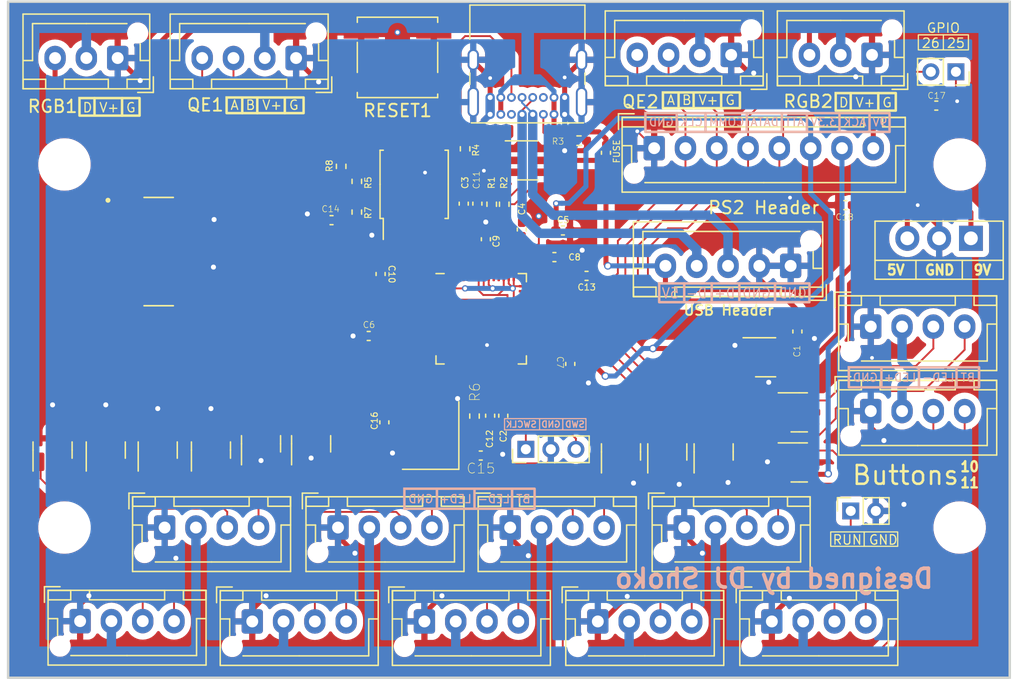
<source format=kicad_pcb>
(kicad_pcb (version 20221018) (generator pcbnew)
  (layers (0 "F.Cu" signal) (31 "B.Cu" signal) (34 "B.Paste" user) (35 "F.Paste" user) (36 "B.SilkS" user "B.Silkscreen") (37 "F.SilkS" user "F.Silkscreen") (38 "B.Mask" user) (39 "F.Mask" user) (44 "Edge.Cuts" user))
  (net 0 "")
  (net 1 "+5V")
  (net 2 "GND")
  (net 3 "+1V1")
  (net 4 "+3V3")
  (net 5 "Net-(C15-Pad2)")
  (net 6 "XIN")
  (net 7 "VBUS")
  (net 8 "Net-(J1-Pin_3)")
  (net 9 "/BT0")
  (net 10 "Net-(J2-Pin_3)")
  (net 11 "/BT1")
  (net 12 "Net-(J3-Pin_3)")
  (net 13 "/BT2")
  (net 14 "Net-(J4-Pin_3)")
  (net 15 "/BT3")
  (net 16 "Net-(J5-Pin_3)")
  (net 17 "/BT4")
  (net 18 "Net-(J6-Pin_3)")
  (net 19 "/BT5")
  (net 20 "Net-(J7-Pin_3)")
  (net 21 "/BT6")
  (net 22 "Net-(J8-Pin_3)")
  (net 23 "/BT7")
  (net 24 "Net-(J9-Pin_3)")
  (net 25 "/BT8")
  (net 26 "Net-(J10-Pin_3)")
  (net 27 "/BT9")
  (net 28 "Net-(J11-Pin_3)")
  (net 29 "/BT10")
  (net 30 "/QE1B")
  (net 31 "/QE1A")
  (net 32 "/PS2CLK")
  (net 33 "/PS2COMM")
  (net 34 "/GP25")
  (net 35 "/RGB1")
  (net 36 "/RGB2")
  (net 37 "USB_DM")
  (net 38 "USB_DP")
  (net 39 "Net-(J18-CC1)")
  (net 41 "Net-(J18-CC2)")
  (net 43 "SWCLK")
  (net 44 "SWD")
  (net 45 "/LED10")
  (net 46 "/PS2_9V")
  (net 47 "/LED0")
  (net 48 "/LED1")
  (net 49 "/LED2")
  (net 50 "/LED3")
  (net 51 "/LED4")
  (net 52 "/LED5")
  (net 53 "/LED6")
  (net 54 "/LED7")
  (net 55 "/LED8")
  (net 56 "/LED9")
  (net 57 "Net-(U1-USB_DP)")
  (net 58 "Net-(U1-USB_DM)")
  (net 59 "XOUT")
  (net 60 "Q_SEL")
  (net 61 "/RGBIn1")
  (net 62 "/RGBIn2")
  (net 63 "Q_IO3")
  (net 64 "Q_CLK")
  (net 65 "Q_IO0")
  (net 66 "Q_IO2")
  (net 67 "Q_IO1")
  (net 68 "/GP26")
  (net 69 "Net-(R5-Pad1)")
  (net 70 "RUN")
  (net 71 "USB_BOOT")
  (footprint "Resistor_SMD:R_0402_1005Metric_Pad0.72x0.64mm_HandSolder" (layer "F.Cu") (at 93.35 139.8525 90)
    (fp_text reference "R5" hide)
    (fp_text value "5.1K" hide)
  )
  (footprint "Package_SO:SOIC-8_5.23x5.23mm_P1.27mm" (layer "F.Cu") (at 97.93 140.0875 90)
    (fp_text reference "U3" hide)
    (fp_text value "W25Q128JVS" hide)
  )
  (footprint "Connector_PinHeader_2.00mm:PinHeader_1x03_P2.00mm_Vertical" (layer "F.Cu") (at 106.85 161.25 90)
    (fp_text reference "J19" hide)
    (fp_text value "DEBUG" hide)
  )
  (footprint "Resistor_SMD:R_0402_1005Metric_Pad0.72x0.64mm_HandSolder" (layer "F.Cu") (at 111.0975 136.6)
    (fp_text reference "R3" hide)
    (fp_text value "5.1K" hide)
  )
  (footprint "Resistor_SMD:R_0402_1005Metric_Pad0.72x0.64mm_HandSolder" (layer "F.Cu") (at 92.1 138.6525 -90)
    (fp_text reference "R8" hide)
    (fp_text value "1K" hide)
  )
  (footprint "Connector_JST:JST_XH_B3B-XH-AM_1x03_P2.50mm_Vertical" (layer "F.Cu") (at 74.25 130 180)
    (fp_text reference "J15" hide)
    (fp_text value "RGB1" hide)
  )
  (footprint "Capacitor_SMD:C_0402_1005Metric_Pad0.74x0.62mm_HandSolder" (layer "F.Cu") (at 103.66 144.4725 90)
    (fp_text reference "C9" hide)
    (fp_text value "100n" hide)
  )
  (footprint "Capacitor_SMD:C_0402_1005Metric_Pad0.74x0.62mm_HandSolder" (layer "F.Cu") (at 95.25 147.25 90)
    (fp_text reference "C10" hide)
    (fp_text value "100n" hide)
  )
  (footprint "Connector_JST:JST_XH_B3B-XH-AM_1x03_P2.50mm_Vertical" (layer "F.Cu") (at 134.5 129.75 180)
    (fp_text reference "J16" hide)
    (fp_text value "RGB2" hide)
  )
  (footprint "Capacitor_SMD:C_0402_1005Metric_Pad0.74x0.62mm_HandSolder" (layer "F.Cu") (at 113.25 137.5675 -90)
    (fp_text reference "F1" hide)
    (fp_text value "Fuse_Small" hide)
  )
  (footprint "Connector_JST:JST_XH_B4B-XH-AM_1x04_P2.50mm_Vertical" (layer "F.Cu") (at 71.25 174.975)
    (fp_text reference "J1" hide)
    (fp_text value "BUTTON0" hide)
  )
  (footprint "Package_TO_SOT_SMD:SOT-23" (layer "F.Cu") (at 85.7 160.8125 90)
    (fp_text reference "Q5" hide)
    (fp_text value "LSI1012LT1G" hide)
  )
  (footprint "Capacitor_SMD:C_0402_1005Metric_Pad0.74x0.62mm_HandSolder" (layer "F.Cu") (at 132.3675 141.75 180)
    (fp_text reference "C18" hide)
    (fp_text value "1u" hide)
  )
  (footprint "Capacitor_SMD:C_0402_1005Metric_Pad0.74x0.62mm_HandSolder" (layer "F.Cu") (at 95.55 159.0975 90)
    (fp_text reference "C16" hide)
    (fp_text value "27p" hide)
  )
  (footprint "Capacitor_SMD:C_0402_1005Metric_Pad0.74x0.62mm_HandSolder" (layer "F.Cu") (at 106.53 143.6925 90)
    (fp_text reference "C4" hide)
    (fp_text value "1u" hide)
  )
  (footprint "Package_TO_SOT_SMD:SOT-23" (layer "F.Cu") (at 128.6875 162.3)
    (fp_text reference "Q11" hide)
    (fp_text value "LSI1012LT1G" hide)
  )
  (footprint "Connector_JST:JST_XH_B4B-XH-AM_1x04_P2.50mm_Vertical" (layer "F.Cu") (at 134.4 158.2)
    (fp_text reference "J11" hide)
    (fp_text value "BUTTON10" hide)
  )
  (footprint "Connector_PinSocket_2.00mm:PinSocket_1x02_P2.00mm_Vertical" (layer "F.Cu") (at 132.8 166.175 90)
    (fp_text reference "J21" hide)
    (fp_text value "Conn_01x02_Pin" hide)
  )
  (footprint "Capacitor_SMD:C_0402_1005Metric_Pad0.74x0.62mm_HandSolder" (layer "F.Cu") (at 104 158.5675 -90)
    (fp_text reference "C12" hide)
    (fp_text value "100n" hide)
  )
  (footprint "Package_TO_SOT_SMD:SOT-23" (layer "F.Cu") (at 114.45 161.4625 90)
    (fp_text reference "Q7" hide)
    (fp_text value "LSI1012LT1G" hide)
  )
  (footprint "Button_Switch_SMD:SW_Push_1P1T_NO_CK_KSC6xxJ" (layer "F.Cu") (at 96.6 129.95)
    (fp_text reference "RESET1")
    (fp_text value "BOOTSEL" hide)
  )
  (footprint "Package_TO_SOT_SMD:SOT-23" (layer "F.Cu") (at 69.05 161.3125 90)
    (fp_text reference "Q1" hide)
    (fp_text value "LSI1012LT1G" hide)
  )
  (footprint "Connector_JST:JST_XH_B8B-XH-AM_1x08_P2.50mm_Vertical" (layer "F.Cu") (at 117.1 137.2)
    (fp_text reference "J20" hide)
    (fp_text value "PS2 Header")
  )
  (footprint "Capacitor_SMD:C_0402_1005Metric_Pad0.74x0.62mm_HandSolder" (layer "F.Cu") (at 101.89 141.6325 90)
    (fp_text reference "C3" hide)
    (fp_text value "100n" hide)
  )
  (footprint "Package_TO_SOT_SMD:SOT-23" (layer "F.Cu") (at 81.7 161.3125 90)
    (fp_text reference "Q4" hide)
    (fp_text value "LSI1012LT1G" hide)
  )
  (footprint "MountingHole:MountingHole_3.7mm" (layer "F.Cu") (at 70 167.5)
    (fp_text reference "H2" hide)
    (fp_text value "MountingHole")
  )
  (footprint "Connector_JST:JST_XH_B4B-XH-AM_1x04_P2.50mm_Vertical" (layer "F.Cu") (at 91.85 167.5)
    (fp_text reference "J4" hide)
    (fp_text value "BUTTON3" hide)
  )
  (footprint "Capacitor_SMD:C_0402_1005Metric_Pad0.74x0.62mm_HandSolder" (layer "F.Cu") (at 103.25 161.75 180)
    (fp_text reference "C15" hide)
    (fp_text value "27p" hide)
  )
  (footprint "Connector_JST:JST_XH_B4B-XH-AM_1x04_P2.50mm_Vertical" (layer "F.Cu") (at 98.75 175)
    (fp_text reference "J5" hide)
    (fp_text value "BUTTON4" hide)
  )
  (footprint "Package_TO_SOT_SMD:SOT-23" (layer "F.Cu") (at 89.7 160.8125 90)
    (fp_text reference "Q6" hide)
    (fp_text value "LSI1012LT1G" hide)
  )
  (footprint "Connector_JST:JST_XH_B4B-XH-AM_1x04_P2.50mm_Vertical" (layer "F.Cu") (at 112.6 175)
    (fp_text reference "J7" hide)
    (fp_text value "BUTTON6" hide)
  )
  (footprint "Connector_JST:JST_XH_B4B-XH-AM_1x04_P2.50mm_Vertical" (layer "F.Cu") (at 134.4 151.45)
    (fp_text reference "J10" hide)
    (fp_text value "BUTTON9" hide)
  )
  (footprint "Resistor_SMD:R_0402_1005Metric_Pad0.72x0.64mm_HandSolder" (layer "F.Cu") (at 105.125 141.6775 -90)
    (fp_text reference "R2" hide)
    (fp_text value "27Ω" hide)
  )
  (footprint "MountingHole:MountingHole_3.7mm" (layer "F.Cu") (at 141.5 167.5)
    (fp_text reference "H4" hide)
    (fp_text value "MountingHole")
  )
  (footprint "Package_TO_SOT_SMD:SOT-23" (layer "F.Cu") (at 118.15 161.4625 90)
    (fp_text reference "Q8" hide)
    (fp_text value "LSI1012LT1G" hide)
  )
  (footprint "MountingHole:MountingHole_3.7mm" (layer "F.Cu") (at 70 138.5)
    (fp_text reference "H1" hide)
    (fp_text value "MountingHole")
  )
  (footprint "MountingHole:MountingHole_3.7mm" (layer "F.Cu") (at 141.5 138.5)
    (fp_text reference "H3" hide)
    (fp_text value "MountingHole")
  )
  (footprint "Connector_JST:JST_XH_B5B-XH-AM_1x05_P2.50mm_Vertical" (layer "F.Cu") (at 128 146.6 180)
    (fp_text reference "J17" hide)
    (fp_text value "USB Header")
  )
  (footprint "Crystal:Crystal_SMD_3225-4Pin_3.2x2.5mm_HandSoldering" (layer "F.Cu") (at 99.25 160.15 90)
    (fp_text reference "Y1" hide)
    (fp_text value "Crystal_GND24" hide)
  )
  (footprint "Capacitor_SMD:C_0402_1005Metric_Pad0.74x0.62mm_HandSolder" (layer "F.Cu") (at 91.3325 142.95)
    (fp_text reference "C14" hide)
    (fp_text value "1u" hide)
  )
  (footprint "Connector_JST:JST_XH_B4B-XH-AM_1x04_P2.50mm_Vertical" (layer "F.Cu") (at 105.6 167.5)
    (fp_text reference "J6" hide)
    (fp_text value "BUTTON5" hide)
  )
  (footprint "SN74HCT125D:SOIC127P600X175-14N" (layer "F.Cu") (at 77.525 145.46)
    (fp_text reference "U5" hide)
    (fp_text value "SN74HCT125D" hide)
  )
  (footprint "Capacitor_SMD:C_0402_1005Metric_Pad0.74x0.62mm_HandSolder" (layer "F.Cu") (at 94.3 152.2 180)
    (fp_text reference "C6" hide)
    (fp_text value "100n" hide)
  )
  (footprint "Connector_USB:USB_C_Receptacle_GCT_USB4085" (layer "F.Cu") (at 109.95 134.5 180)
    (fp_text reference "J18" hide)
    (fp_text value "USB_C_Receptacle_USB2.0" hide)
  )
  (footprint "Capacitor_SMD:C_0402_1005Metric_Pad0.74x0.62mm_HandSolder" (layer "F.Cu") (at 139.6325 133.8)
    (fp_text reference "C17" hide)
    (fp_text value "0.33u" hide)
  )
  (footprint "Resistor_SMD:R_0402_1005Metric_Pad0.72x0.64mm_HandSolder" (layer "F.Cu") (at 102.75 158.5975 90)
    (fp_text reference "R6" hide)
    (fp_text value "1K" hide)
  )
  (footprint "Connector_JST:JST_XH_B4B-XH-AM_1x04_P2.50mm_Vertical" (layer "F.Cu") (at 88.5 130 180)
    (fp_text reference "J12" hide)
    (fp_text value "QE1")
  )
  (footprint "Package_TO_SOT_SMD:SOT-23" (layer "F.Cu") (at 121.85 161.4625 90)
    (fp_text reference "Q9" hide)
    (fp_text value "LSI1012LT1G" hide)
  )
  (footprint "Capacitor_SMD:C_0402_1005Metric_Pad0.74x0.62mm_HandSolder" (layer "F.Cu") (at 110.4 154.4325 -90)
    (fp_text reference "C7" hide)
    (fp_text value "100n" hide)
  )
  (footprint "Connector_JST:JST_XH_B4B-XH-AM_1x04_P2.50mm_Vertical" (layer "F.Cu") (at 119.5 167.5)
    (fp_text reference "J8" hide)
    (fp_text value "BUTTON7" hide)
  )
  (footprint "Capacitor_SMD:C_0402_1005Metric_Pad0.74x0.62mm_HandSolder" (layer "F.Cu") (at 105.05 158.5675 -90)
    (fp_text reference "C2" hide)
    (fp_text value "100n" hide)
  )
  (footprint "Resistor_SMD:R_0402_1005Metric_Pad0.72x0.64mm_HandSolder" (layer "F.Cu") (at 104.125 141.6775 -90)
    (fp_text reference "R1" hide)
    (fp_text value "27Ω" hide)
  )
  (footprint "Resistor_SMD:R_0402_1005Metric_Pad0.72x0.64mm_HandSolder" (layer "F.Cu") (at 102 137.25 -90)
    (fp_text reference "R4" hide)
    (fp_text value "5.1K" hide)
  )
  (footprint "Connector_JST:JST_XH_B4B-XH-AM_1x04_P2.50mm_Vertical" (layer "F.Cu") (at 123.25 129.75 180)
    (fp_text reference "J13" hide)
    (fp_text value "QE2")
  )
  (footprint "Package_DFN_QFN:QFN-56-1EP_7x7mm_P0.4mm_EP3.2x3.2mm" (layer "F.Cu") (at 103.285 150.82625)
    (fp_text reference "U1" hide)
    (fp_text value "RP2040" hide)
  )
  (footprint "Connector_JST:JST_XH_B4B-XH-AM_1x04_P2.50mm_Vertical" (layer "F.Cu") (at 85 175)
    (fp_text reference "J3" hide)
    (fp_text value "BUTTON2" hide)
  )
  (footprint "Package_TO_SOT_SMD:SOT-23" (layer "F.Cu") (at 77.45 161.3125 90)
    (fp_text reference "Q3" hide)
    (fp_text value "LSI1012LT1G" hide)
  )
  (footprint "Capacitor_SMD:C_0402_1005Metric_Pad0.74x0.62mm_HandSolder" (layer "F.Cu") (at 109.8125 143.77)
    (fp_text reference "C5" hide)
    (fp_text value "1u" hide)
  )
  (footprint "Resistor_SMD:R_0402_1005Metric_Pad0.72x0.64mm_HandSolder" (layer "F.Cu") (at 93.35 142.3025 90)
    (fp_text reference "R7" hide)
    (fp_text value "5.1K" hide)
  )
  (footprint "Capacitor_SMD:C_0402_1005Metric_Pad0.74x0.62mm_HandSolder" (layer "F.Cu") (at 111.7 147.4)
    (fp_text reference "C13" hide)
    (fp_text value "1u" hide)
  )
  (footprint "Package_TO_SOT_SMD:SOT-23" (layer "F.Cu") (at 73.3 161.3125 90)
    (fp_text reference "Q2" hide)
    (fp_text value "LSI1012LT1G" hide)
  )
  (footprint "Connector_JST:JST_XH_B4B-XH-AM_1x04_P2.50mm_Vertical" (layer "F.Cu") (at 126.5 175)
    (fp_text reference "J9" hide)
    (fp_text value "BUTTON8" hide)
  )
  (footprint "Package_TO_SOT_SMD:SOT-23-6" (layer "F.Cu") (at 107.0125 138.175)
    (fp_text reference "U2" hide)
    (fp_text value "SRV05-4" hide)
  )
  (footprint "Package_TO_SOT_SMD:SOT-23" (layer "F.Cu") (at 128.6875 158.3)
    (fp_text reference "Q10" hide)
    (fp_text value "LSI1012LT1G" hide)
  )
  (footprint "Package_TO_SOT_SMD:SOT-23-3" (layer "F.Cu") (at 126.0025 153.9)
    (fp_text reference "U4" hide)
    (fp_text value "XC6206PxxxMR" hide)
  )
  (footprint "Capacitor_SMD:C_0402_1005Metric_Pad0.74x0.62mm_HandSolder" (layer "F.Cu") (at 128.54 151.8425 -90)
    (fp_text reference "C1" hide)
    (fp_text value "1u" hide)
  )
  (footprint "Capacitor_SMD:C_0402_1005Metric_Pad0.74x0.62mm_HandSolder" (layer "F.Cu") (at 102.98 141.63 90)
    (fp_text reference "C11" hide)
    (fp_text value "100n" hide)
  )
  (footprint "Connector_PinSocket_2.00mm:PinSocket_1x02_P2.00mm_Vertical" (layer "F.Cu") (at 141.2 131.1 -90)
    (fp_text reference "J14" hide)
    (fp_text value "Conn_01x02_Pin" hide)
  )
  (footprint "Connector_JST:JST_XH_B4B-XH-AM_1x04_P2.50mm_Vertical" (layer "F.Cu") (at 78 167.5)
    (fp_text reference "J2" hide)
    (fp_text value "BUTTON1" hide)
  )
  (footprint "Package_TO_SOT_THT:TO-220-3_Vertical" (layer "F.Cu") (at 142.4 144.4 180)
    (fp_text reference "U6" hide)
    (fp_text value "LM7805_TO220" hide)
  )
  (footprint "Capacitor_SMD:C_0402_1005Metric_Pad0.74x0.62mm_HandSolder" (layer "F.Cu") (at 109.1325 145.9)
    (fp_text reference "C8" hide)
    (fp_text value "100n" hide)
  )
  (gr_line (start 129.3 134.4) (end 129.3 135.8) (stroke (width 0.2)) (layer "B.SilkS"))
  (gr_rect (start 116.4 134.4) (end 135.9 135.9) (stroke (width 0.2)) (fill none) (layer "B.SilkS"))
  (gr_line (start 126.75 148) (end 126.75 149.5) (stroke (width 0.2)) (layer "B.SilkS"))
  (gr_rect (start 117.5 148) (end 129.5 149.5) (stroke (width 0.2)) (fill none) (layer "B.SilkS"))
  (gr_line (start 102.75 164.4) (end 102.75 166) (stroke (width 0.2)) (layer "B.SilkS"))
  (gr_rect (start 105.15 158.8) (end 111.65 159.7) (stroke (width 0.1)) (fill none) (layer "B.SilkS"))
  (gr_line (start 124.5 134.4) (end 124.5 135.8) (stroke (width 0.2)) (layer "B.SilkS"))
  (gr_line (start 99.75 164.4) (end 99.75 166) (stroke (width 0.2)) (layer "B.SilkS"))
  (gr_line (start 121.2 134.4) (end 121.2 135.8) (stroke (width 0.2)) (layer "B.SilkS"))
  (gr_line (start 119.5 148) (end 119.5 149.5) (stroke (width 0.2)) (layer "B.SilkS"))
  (gr_line (start 131.9 134.4) (end 131.9 135.8) (stroke (width 0.2)) (layer "B.SilkS"))
  (gr_line (start 118.9 134.4) (end 118.9 135.8) (stroke (width 0.2)) (layer "B.SilkS"))
  (gr_line (start 127.3 134.4) (end 127.3 135.8) (stroke (width 0.2)) (layer "B.SilkS"))
  (gr_rect (start 132.65 154.7) (end 143.05 156.3) (stroke (width 0.2)) (fill none) (layer "B.SilkS"))
  (gr_line (start 135.25 154.7) (end 135.25 156.3) (stroke (width 0.2)) (layer "B.SilkS"))
  (gr_line (start 121.7 148) (end 121.7 149.5) (stroke (width 0.2)) (layer "B.SilkS"))
  (gr_line (start 141.25 154.7) (end 141.25 156.3) (stroke (width 0.2)) (layer "B.SilkS"))
  (gr_line (start 109.8 158.8) (end 109.8 159.7) (stroke (width 0.1)) (layer "B.SilkS"))
  (gr_line (start 105.75 164.4) (end 105.75 166) (stroke (width 0.2)) (layer "B.SilkS"))
  (gr_line (start 138.25 154.7) (end 138.25 156.3) (stroke (width 0.2)) (layer "B.SilkS"))
  (gr_line (start 134.3 134.4) (end 134.3 135.8) (stroke (width 0.2)) (layer "B.SilkS"))
  (gr_line (start 107.95 158.8) (end 107.95 159.7) (stroke (width 0.1)) (layer "B.SilkS"))
  (gr_line (start 123.9 148) (end 123.9 149.5) (stroke (width 0.2)) (layer "B.SilkS"))
  (gr_rect (start 97.15 164.4) (end 107.55 166) (stroke (width 0.2)) (fill none) (layer "B.SilkS"))
  (gr_line (start 72.4 133.2) (end 72.4 134.5) (stroke (width 0.2)) (layer "F.SilkS"))
  (gr_line (start 119.05 132.8) (end 119.05 134) (stroke (width 0.2)) (layer "F.SilkS"))
  (gr_line (start 132.8 132.8) (end 132.8 134.1) (stroke (width 0.2)) (layer "F.SilkS"))
  (gr_rect (start 71.2 133.2) (end 76 134.6) (stroke (width 0.2)) (fill none) (layer "F.SilkS"))
  (gr_rect (start 117.8 132.75) (end 123.95 134) (stroke (width 0.2)) (fill none) (layer "F.SilkS"))
  (gr_line (start 120.25 132.8) (end 120.25 134) (stroke (width 0.2)) (layer "F.SilkS"))
  (gr_rect (start 131.6 132.8) (end 136.4 134.2) (stroke (width 0.2)) (fill none) (layer "F.SilkS"))
  (gr_line (start 133.875 167.85) (end 133.875 169) (stroke (width 0.1)) (layer "F.SilkS"))
  (gr_line (start 74.6 133.2) (end 74.6 134.6) (stroke (width 0.2)) (layer "F.SilkS"))
  (gr_line (start 122.45 132.8) (end 122.45 134) (stroke (width 0.2)) (layer "F.SilkS"))
  (gr_line (start 85.4 133.2) (end 85.4 134.4) (stroke (width 0.2)) (layer "F.SilkS"))
  (gr_rect (start 138.2 128.15) (end 142.2 129.35) (stroke (width 0.1)) (fill none) (layer "F.SilkS"))
  (gr_rect (start 82.95 133.15) (end 89.1 134.4) (stroke (width 0.2)) (fill none) (layer "F.SilkS"))
  (gr_line (start 87.6 133.2) (end 87.6 134.4) (stroke (width 0.2)) (layer "F.SilkS"))
  (gr_line (start 135 132.8) (end 135 134.2) (stroke (width 0.2)) (layer "F.SilkS"))
  (gr_rect (start 131.2 167.85) (end 136.55 169) (stroke (width 0.1)) (fill none) (layer "F.SilkS"))
  (gr_line (start 140.2 128.15) (end 140.2 129.35) (stroke (width 0.1)) (layer "F.SilkS"))
  (gr_line (start 84.2 133.2) (end 84.2 134.4) (stroke (width 0.2)) (layer "F.SilkS"))
  (gr_line (start 65.5 125.5) (end 145.5 125.5) (stroke (width 0.2)) (layer "Edge.Cuts"))
  (gr_line (start 145.5 179.5) (end 65.5 179.5) (stroke (width 0.2)) (layer "Edge.Cuts"))
  (gr_line (start 65.5 179.5) (end 65.5 125.5) (stroke (width 0.2)) (layer "Edge.Cuts"))
  (gr_line (start 145.5 125.5) (end 145.5 179.5) (stroke (width 0.2)) (layer "Edge.Cuts"))
  (gr_text "Designed by DJ Shoko" (at 139.55 172.45) (layer "B.SilkS") (effects (font (size 1.5 1.5) (thickness 0.3) bold) (justify left bottom mirror)))
  (gr_text "GND GND D+ D- 5V\n" (at 123.5 149.25) (layer "B.SilkS") (effects (font (size 0.8 0.75) (thickness 0.1)) (justify bottom mirror)))
  (gr_text "9V ACK 3.3V ATT DATA COMM CLK GND" (at 126.2 135.5) (layer "B.SilkS") (effects (font (size 0.65 0.65) (thickness 0.1)) (justify bottom mirror)))
  (gr_text "SWD GND SWCLK" (at 108.4 159.55) (layer "B.SilkS") (effects (font (size 0.5 0.5) (thickness 0.1)) (justify bottom mirror)))
  (gr_text "BT LED- LED+ GND" (at 102.35 165.6) (layer "B.SilkS") (effects (font (size 0.65 0.65) (thickness 0.1)) (justify bottom mirror)))
  (gr_text "BT LED- LED+ GND" (at 137.85 155.9) (layer "B.SilkS") (effects (font (size 0.65 0.65) (thickness 0.1)) (justify bottom mirror)))
  (gr_text "C17" (at 138.9 133.3) (layer "F.SilkS") (effects (font (size 0.5 0.5) (thickness 0.05)) (justify left bottom)))
  (gr_text "RUN GND" (at 131.3 168.925) (layer "F.SilkS") (effects (font (size 0.75 0.75) (thickness 0.1)) (justify left bottom)))
  (gr_text "Buttons" (at 132.8 164.2) (layer "F.SilkS") (effects (font (size 1.5 1.5) (thickness 0.2)) (justify left bottom)))
  (gr_text "9V" (at 143.32 147.4) (layer "F.SilkS") (effects (font (size 0.8 0.75) (thickness 0.1875) bold) (justify bottom)))
  (gr_text "A B V+ G" (at 83.2 134.2) (layer "F.SilkS") (effects (font (size 0.75 0.75) (thickness 0.1)) (justify left bottom)))
  (gr_text "C4" (at 106.825 142.6 90) (layer "F.SilkS") (effects (font (size 0.5 0.5) (thickness 0.08)) (justify left bottom)))
  (gr_text "D V+ G" (at 71.4 134.4) (layer "F.SilkS") (effects (font (size 0.75 0.75) (thickness 0.1)) (justify left bottom)))
  (gr_text "C3" (at 102.29 140.5 90) (layer "F.SilkS") (effects (font (size 0.5 0.5) (thickness 0.08)) (justify left bottom)))
  (gr_text "C14" (at 90.5 142.35) (layer "F.SilkS") (effects (font (size 0.5 0.5) (thickness 0.05)) (justify left bottom)))
  (gr_text "C16" (at 95.05 159.75 90) (layer "F.SilkS") (effects (font (size 0.5 0.5) (thickness 0.08)) (justify left bottom)))
  (gr_text "R2" (at 105.4 140.5 90) (layer "F.SilkS") (effects (font (size 0.5 0.5) (thickness 0.08)) (justify left bottom)))
  (gr_text "RGB1" (at 69.05 134.45) (layer "F.SilkS") (effects (font (size 1 1) (thickness 0.15) bold) (justify bottom)))
  (gr_text "C18" (at 131.55 143) (layer "F.SilkS") (effects (font (size 0.5 0.5) (thickness 0.05)) (justify left bottom)))
  (gr_text "GPIO\n26 25" (at 140.2 129.25) (layer "F.SilkS") (effects (font (size 0.75 0.75) (thickness 0.1)) (justify bottom)))
  (gr_text "GND" (at 139.9 147.4) (layer "F.SilkS") (effects (font (size 0.8 0.75) (thickness 0.1875) bold) (justify bottom)))
  (gr_text "C10" (at 95.85 146.4825 -90) (layer "F.SilkS") (effects (font (size 0.5 0.5) (thickness 0.08)) (justify left bottom)))
  (gr_text "C6" (at 93.8 151.6) (layer "F.SilkS") (effects (font (size 0.5 0.5) (thickness 0.05)) (justify left bottom)))
  (gr_text "RGB2" (at 129.4 134.05) (layer "F.SilkS") (effects (font (size 1 1)) (justify bottom)))
  (gr_text "R5" (at 94.55 140.5 90) (layer "F.SilkS") (effects (font (size 0.5 0.5) (thickness 0.08)) (justify left bottom)))
  (gr_text "C12" (at 104.25 161.2 90) (layer "F.SilkS") (effects (font (size 0.5 0.5) (thickness 0.08)) (justify left bottom)))
  (gr_text "R7" (at 94.55 142.9 90) (layer "F.SilkS") (effects (font (size 0.5 0.5) (thickness 0.08)) (justify left bottom)))
  (gr_text "D V+ G" (at 131.8 134) (layer "F.SilkS") (effects (font (size 0.75 0.75) (thickness 0.1)) (justify left bottom)))
  (gr_text "C8" (at 110.2 146.2) (layer "F.SilkS") (effects (font (size 0.5 0.5) (thickness 0.08)) (justify left bottom)))
  (gr_text "10\n11" (at 142.3 164.4) (layer "F.SilkS") (effects (font (size 0.8 0.75) (thickness 0.1875) bold) (justify bottom)))
  (gr_text "FUSE" (at 114.4 138.45 90) (layer "F.SilkS") (effects (font (size 0.5 0.5) (thickness 0.08)) (justify left bottom)))
  (gr_text "A B V+ G" (at 118.05 133.8) (layer "F.SilkS") (effects (font (size 0.75 0.75) (thickness 0.1)) (justify left bottom)))
  (gr_text "C11" (at 103.2 140.5 90) (layer "F.SilkS") (effects (font (size 0.5 0.5) (thickness 0.05)) (justify left bottom)))
  (gr_text "R4" (at 103.15 137.9 90) (layer "F.SilkS") (effects (font (size 0.5 0.5) (thickness 0.08)) (justify left bottom)))
  (gr_text "R8" (at 91.45 139.15 90) (layer "F.SilkS") (effects (font (size 0.5 0.5) (thickness 0.08)) (justify left bottom)))
  (gr_text "R6" (at 103.25 157.5 90) (layer "F.SilkS") (effects (font (size 0.8 0.8) (thickness 0.05)) (justify left bottom)))
  (gr_text "C5" (at 109.295 143.22) (layer "F.SilkS") (effects (font (size 0.5 0.5) (thickness 0.08)) (justify left bottom)))
  (gr_text "C1" (at 128.8 153.94 90) (layer "F.SilkS") (effects (font (size 0.5 0.5) (thickness 0.05)) (justify left bottom)))
  (gr_text "R1" (at 104.4 140.5 90) (layer "F.SilkS") (effects (font (size 0.5 0.5) (thickness 0.08)) (justify left bottom)))
  (gr_text "C2" (at 105.35 160.75 90) (layer "F.SilkS") (effects (font (size 0.5 0.5) (thickness 0.08)) (justify left bottom)))
  (gr_text "C9" (at 104.78 145.18 90) (layer "F.SilkS") (effects (font (size 0.5 0.5) (thickness 0.08)) (justify left bottom)))
  (gr_text "R3" (at 108.9 136.95) (layer "F.SilkS") (effects (font (size 0.5 0.5) (thickness 0.05)) (justify left bottom)))
  (gr_text "C15" (at 102.0675 163.25) (layer "F.SilkS") (effects (font (size 0.8 0.8) (thickness 0.05)) (justify left bottom)))
  (gr_text "C13" (at 110.9325 148.6) (layer "F.SilkS") (effects (font (size 0.5 0.5) (thickness 0.08)) (justify left bottom)))
  (gr_text "5V" (at 136.4 147.4) (layer "F.SilkS") (effects (font (size 0.8 0.75) (thickness 0.1875) bold) (justify bottom)))
  (gr_text "C7" (at 109.3 153.7825 -90) (layer "F.SilkS") (effects (font (size 0.5 0.5) (thickness 0.05)) (justify left bottom)))
  (segment (start 119.36 149.4) (end 118 148.04) (width 0.4) (layer "F.Cu") (net 1))
  (segment (start 119.36 149.4) (end 127.8 149.4) (width 0.4) (layer "F.Cu") (net 1))
  (segment (start 129.9 153.9) (end 131.8 152) (width 0.4) (layer "F.Cu") (net 1))
  (segment (start 136.25 141.75) (end 137.32 142.82) (width 0.4) (layer "F.Cu") (net 1))
  (segment (start 132.935 141.75) (end 136.25 141.75) (width 0.4) (layer "F.Cu") (net 1))
  (segment (start 113.21 138.175) (end 113.25 138.135) (width 0.4) (layer "F.Cu") (net 1))
  (segment (start 127.525 151.275) (end 127 151.8) (width 0.4) (layer "F.Cu") (net 1))
  (segment (start 131.8 152) (end 131.8 147.68) (width 0.4) (layer "F.Cu") (net 1))
  (segment (start 128.54 151.275) (end 127.525 151.275) (width 0.4) (layer "F.Cu") (net 1))
  (segment (start 131.8 147.68) (end 132.935 146.545) (width 0.4) (layer "F.Cu") (net 1))
  (segment (start 108.15 138.175) (end 113.21 138.175) (width 0.4) (layer "F.Cu") (net 1))
  (segment (start 132.935 146.545) (end 132.935 141.75) (width 0.4) (layer "F.Cu") (net 1))
  (segment (start 137.32 142.82) (end 137.32 144.4) (width 0.4) (layer "F.Cu") (net 1))
  (segment (start 113.25 138.135) (end 113.25 146.45) (width 0.4) (layer "F.Cu") (net 1))
  (segment (start 118 148.04) (end 118 146.6) (width 0.4) (layer "F.Cu") (net 1))
  (segment (start 128.54 150.14) (end 128.54 151.275) (width 0.4) (layer "F.Cu") (net 1))
  (segment (start 113.25 146.45) (end 113.4 146.6) (width 0.4) (layer "F.Cu") (net 1))
  (segment (start 127.8 149.4) (end 128.54 150.14) (width 0.4) (layer "F.Cu") (net 1))
  (segment (start 127 153.76) (end 127.14 153.9) (width 0.4) (layer "F.Cu") (net 1))
  (segment (start 127 151.8) (end 127 153.76) (width 0.4) (layer "F.Cu") (net 1))
  (segment (start 127.14 153.9) (end 129.9 153.9) (width 0.4) (layer "F.Cu") (net 1))
  (via (at 113.4 146.6) (size 0.6) (drill 0.4) (layers "F.Cu" "B.Cu") (net 1))
  (segment (start 113.4 146.6) (end 118 146.6) (width 0.4) (layer "B.Cu") (net 1))
  (segment (start 69.05 160.375) (end 69.05 157.7) (width 0.4) (layer "F.Cu") (net 2))
  (segment (start 108.85 162.2) (end 108.85 161.25) (width 0.4) (layer "F.Cu") (net 2))
  (segment (start 105 161.65) (end 105 161.7) (width 0.4) (layer "F.Cu") (net 2))
  (segment (start 114.95 163.95) (end 115.45 163.95) (width 0.4) (layer "F.Cu") (net 2))
  (segment (start 81.93 142.92) (end 81.95 142.9) (width 0.4) (layer "F.Cu") (net 2))
  (segment (start 104 133.15) (end 104 131.6) (width 0.4) (layer "F.Cu") (net 2))
  (segment (start 110.8 145.9) (end 111.35 145.35) (width 0.4) (layer "F.Cu") (net 2))
  (segment (start 126.2 162.3) (end 126.15 162.25) (width 0.4) (layer "F.Cu") (net 2))
  (segment (start 111.695 137.205) (end 111.695 136.6) (width 0.4) (layer "F.Cu") (net 2))
  (segment (start 112.95 175) (end 114.95 173) (width 0.4) (layer "F.Cu") (net 2))
  (segment (start 118.7 164.05) (end 118.15 163.5) (width 0.4) (layer "F.Cu") (net 2))
  (segment (start 110.9 155) (end 111.85 155.95) (width 0.4) (layer "F.Cu") (net 2))
  (segment (start 96.6 127.95) (end 99.5 127.95) (width 0.75) (layer "F.Cu") (net 2))
  (segment (start 93.7 127.95) (end 96.6 127.95) (width 0.75) (layer "F.Cu") (net 2))
  (segment (start 89.7 159.875) (end 89.7 161.95) (width 0.4) (layer "F.Cu") (net 2))
  (segment (start 136.35 147.65) (end 139.3 147.65) (width 0.4) (layer "F.Cu") (net 2))
  (segment (start 80 146.73) (end 81.87 146.73) (width 0.4) (layer "F.Cu") (net 2))
  (segment (start 102.285 154.26375) (end 102.285 156.315) (width 0.15) (layer "F.Cu") (net 2))
  (segment (start 126.25 157.85) (end 126.25 155.9) (width 0.4) (layer "F.Cu") (net 2))
  (segment (start 111.35 145.35) (end 112.3 146.3) (width 0.4) (layer "F.Cu") (net 2))
  (segment (start 114.45 160.525) (end 114.45 163.45) (width 0.4) (layer "F.Cu") (net 2))
  (segment (start 134.4 149.6) (end 136.35 147.65) (width 0.4) (layer "F.Cu") (net 2))
  (segment (start 118.15 163.5) (end 118.15 160.525) (width 0.4) (layer "F.Cu") (net 2))
  (segment (start 103.53 138.38) (end 103.53 139.04) (width 0.4) (layer "F.Cu") (net 2))
  (segment (start 105.05 159.135) (end 105.05 161.6) (width 0.4) (layer "F.Cu") (net 2))
  (segment (start 128 146.6) (end 128 141.2) (width 0.4) (layer "F.Cu") (net 2))
  (segment (start 105 161.65) (end 105 160.75) (width 0.15) (layer "F.Cu") (net 2))
  (segment (start 72.8 143.513457) (end 72.8 146) (width 0.4) (layer "F.Cu") (net 2))
  (segment (start 98.8 141) (end 98.8 139.15) (width 0.4) (layer "F.Cu") (net 2))
  (segment (start 134.4 158.2) (end 134.4 159.5) (width 0.4) (layer "F.Cu") (net 2))
  (segment (start 130.4 141.15) (end 131 141.75) (width 0.4) (layer "F.Cu") (net 2))
  (segment (start 125.5 146.6) (end 125.5 143.6) (width 0.4) (layer "F.Cu") (net 2))
  (segment (start 139.86 143.46) (end 138.15 141.75) (width 0.4) (layer "F.Cu") (net 2))
  (segment (start 125.05 131.2) (end 124.7 131.2) (width 0.4) (layer "F.Cu") (net 2))
  (segment (start 106.53 143.125) (end 107.38 143.125) (width 0.4) (layer "F.Cu") (net 2))
  (segment (start 104.9 161.75) (end 105 161.65) (width 0.4) (layer "F.Cu") (net 2))
  (segment (start 105.05 161.6) (end 105 161.65) (width 0.4) (layer "F.Cu") (net 2))
  (segment (start 93.7325 152.2) (end 93.05 152.2) (width 0.4) (layer "F.Cu") (net 2))
  (segment (start 105.6 168.3) (end 107.05 169.75) (width 0.4) (layer "F.Cu") (net 2))
  (segment (start 74.663457 141.65) (end 72.8 143.513457) (width 0.4) (layer "F.Cu") (net 2))
  (segment (start 129.89 152.41) (end 129.9 152.4) (width 0.4) (layer "F.Cu") (net 2))
  (segment (start 88.5 130.1) (end 90.3 131.9) (width 0.4) (layer "F.Cu") (net 2))
  (segment (start 111.3 130.14) (end 111.3 133.52) (width 0.4) (layer "F.Cu") (net 2))
  (segment (start 125.5 143.6) (end 127.95 141.15) (width 0.4) (layer "F.Cu") (net 2))
  (segment (start 110.4 155) (end 110.9 155) (width 0.4) (layer "F.Cu") (net 2))
  (segment (start 81.7 160.375) (end 81.7 159.35) (width 0.4) (layer "F.Cu") (net 2))
  (segment (start 69.05 157.7) (end 69.05 152.15) (width 0.4) (layer "F.Cu") (net 2))
  (segment (start 103.66 143.905) (end 103.65 143.895) (width 0.4) (layer "F.Cu") (net 2))
  (segment (start 134.25 131.5) (end 134.5 131.25) (width 0.4) (layer "F.Cu") (net 2))
  (segment (start 99.835 143.6875) (end 99.835 142.035) (width 0.4) (layer "F.Cu") (net 2))
  (segment (start 89.85 142.95) (end 89.4 142.5) (width 0.4) (layer "F.Cu") (net 2))
  (segment (start 102.46 139.04) (end 103.53 139.04) (width 0.4) (layer "F.Cu") (net 2))
  (segment (start 126.4 158) (end 126.25 157.85) (width 0.4) (layer "F.Cu") (net 2))
  (segment (start 88.5 130) (end 88.5 130.1) (width 0.4) (layer "F.Cu") (net 2))
  (segment (start 102.285 156.315) (end 101.4 157.2) (width 0.15) (layer "F.Cu") (net 2))
  (segment (start 119.5 167.5) (end 119.5 168.1) (width 0.4) (layer "F.Cu") (net 2))
  (segment (start 123.55 152.95) (end 124.865 152.95) (width 0.4) (layer "F.Cu") (net 2))
  (segment (start 96.2 161.55) (end 96.2 161.6) (width 0.4) (layer "F.Cu") (net 2))
  (segment (start 104 159.135) (end 104 159.75) (width 0.4) (layer "F.Cu") (net 2))
  (segment (start 110.38 143.77) (end 110.92 143.77) (width 0.4) (layer "F.Cu") (net 2))
  (segment (start 89.35 142.45) (end 89.35 142.45) (width 0.4) (layer "F.Cu") (net 2))
  (segment (start 105.8 162.5) (end 108.55 162.5) (width 0.4) (layer "F.Cu") (net 2))
  (segment (start 102.65 130.14) (end 102.65 133.52) (width 0.4) (layer "F.Cu") (net 2))
  (segment (start 110.92 143.77) (end 111.35 144.2) (width 0.4) (layer "F.Cu") (net 2))
  (segment (start 104 159.75) (end 105 160.75) (width 0.4) (layer "F.Cu") (net 2))
  (segment (start 109.95 131.55) (end 109.95 133.15) (width 0.4) (layer "F.Cu") (net 2))
  (segment (start 100.4 158.2) (end 101.4 157.2) (width 0.4) (layer "F.Cu") (net 2))
  (segment (start 80 142.92) (end 81.93 142.92) (width 0.4) (layer "F.Cu") (net 2))
  (segment (start 139.86 144.4) (end 139.86 143.46) (width 0.4) (layer "F.Cu") (net 2))
  (segment (start 139.86 147.09) (end 139.86 144.4) (width 0.4) (layer "F.Cu") (net 2))
  (segment (start 95.55 159.665) (end 95.55 160.95) (width 0.4) (layer "F.Cu") (net 2))
  (segment (start 136.525 166.175) (end 137.05 165.65) (width 0.4) (layer "F.Cu") (net 2))
  (segment (start 91.85 167.5) (end 91.85 168.2) (width 0.4) (layer "F.Cu") (net 2))
  (segment (start 69.05 152.15) (end 72.8 148.4) (width 0.4) (layer "F.Cu") (net 2))
  (segment (start 91.85 168.2) (end 93.2 169.55) (width 0.4) (layer "F.Cu") (net 2))
  (segment (start 104.675 138.175) (end 105.875 138.175) (width 0.4) (layer "F.Cu") (net 2))
  (segment (start 101.89 141.065) (end 102.9775 141.065) (width 0.15) (layer "F.Cu") (net 2))
  (segment (start 96.15 161.55) (end 96.2 161.55) (width 0.4) (layer "F.Cu") (net 2))
  (segment (start 71.25 173.65) (end 71.95 172.95) (width 0.4) (layer "F.Cu") (net 2))
  (segment (start 75.05 141.65) (end 74.663457 141.65) (width 0.4) (layer "F.Cu") (net 2))
  (segment (start 103.8175 161.75) (end 104.9 161.75) (width 0.4) (layer "F.Cu") (net 2))
  (segment (start 98.75 175) (end 98.75 174.35) (width 0.4) (layer "F.Cu") (net 2))
  (segment (start 96.2 161.6) (end 96.2 161.6) (width 0.4) (layer "F.Cu") (net 2))
  (segment (start 78 167.5) (end 78 169.05) (width 0.4) (layer "F.Cu") (net 2))
  (segment (start 99.835 142.035) (end 98.8 141) (width 0.4) (layer "F.Cu") (net 2))
  (segment (start 105 161.7) (end 105.8 162.5) (width 0.4) (layer "F.Cu") (net 2))
  (segment (start 96.2 161.6) (end 98.1 161.6) (width 0.4) (layer "F.Cu") (net 2))
  (segment (start 109.5 145.7) (end 109.7 145.9) (width 0.15) (layer "F.Cu") (net 2))
  (segment (start 128 148.05) (end 129.9 149.95) (width 0.4) (layer "F.Cu") (net 2))
  (segment (start 114.45 163.45) (end 114.95 163.95) (width 0.4) (layer "F.Cu") (net 2))
  (segment (start 131 141.75) (end 131.8 141.75) (width 0.4) (layer "F.Cu") (net 2))
  (segment (start 121.85 160.525) (end 121.85 163.55) (width 0.4) (layer "F.Cu") (net 2))
  (segment (start 134.4 159.5) (end 135.45 160.55) (width 0.4) (layer "F.Cu") (net 2))
  (segment (start 81.7 159.35) (end 81.7 158) (width 0.4) (layer "F.Cu") (net 2))
  (segment (start 128 146.6) (end 128 148.05) (width 0.4) (layer "F.Cu") (net 2))
  (segment (start 103.285 150.82625) (end 103.285 152.46125) (width 0.15) (layer "F.Cu") (net 2))
  (segment (start 109.95 137.4) (end 111.5 137.4) (width 0.4) (layer "F.Cu") (net 2))
  (segment (start 119.1 164.05) (end 118.7 164.05) (width 0.4) (layer "F.Cu") (net 2))
  (segment (start 95.25 146.6825) (end 94.55 145.9825) (width 0.4) (layer "F.Cu") (net 2))
  (segment (start 126.5 174.55) (end 127.9 173.15) (width 0.4) (layer "F.Cu") (net 2))
  (segment (start 127.9 148.15) (end 128 148.05) (width 0.4) (layer "F.Cu") (net 2))
  (segment (start 89.4 142.45) (end 89.35 142.45) (width 0.4) (layer "F.Cu") (net 2))
  (segment (start 103.65 143.895) (end 103.65 143.1) (width 0.4) (layer "F.Cu") (net 2))
  (segment (start 111.5 137.4) (end 111.695 137.205) (width 0.4) (layer "F.Cu") (net 2))
  (segment (start 122.2 163.9) (end 123 163.9) (width 0.4) (layer "F.Cu") (net 2))
  (segment (start 129.9 149.95) (end 129.9 152.4) (width 0.4) (layer "F.Cu") (net 2))
  (segment (start 128 141.2) (end 127.95 141.15) (width 0.4) (layer "F.Cu") (net 2))
  (segment (start 139.3 147.65) (end 139.86 147.09) (width 0.4) (layer "F.Cu") (net 2))
  (segment (start 119.5 168.1) (end 120.95 169.55) (width 0.4) (layer "F.Cu") (net 2))
  (segment (start 102.65 130.25) (end 104 131.6) (width 0.4) (layer "F.Cu") (net 2))
  (segment (start 94.55 145.9825) (end 94.55 144.15) (width 0.4) (layer "F.Cu") (net 2))
  (segment (start 103.66 143.905) (end 103.53 143.775) (width 0.15) (layer "F.Cu") (net 2))
  (segment (start 72.8 148.4) (end 73.67 149.27) (width 0.4) (layer "F.Cu") (net 2))
  (segment (start 102.9775 141.065) (end 102.98 141.0625) (width 0.15) (layer "F.Cu") (net 2))
  (segment (start 134.4 151.45) (end 134.4 153.85) (width 0.4) (layer "F.Cu") (net 2))
  (segment (start 133.2 131.5) (end 134.25 131.5) (width 0.4) (layer "F.Cu") (net 2))
  (segment (start 75.05 145.46) (end 73.34 145.46) (width 0.4) (layer "F.Cu") (net 2))
  (segment (start 111.3 130.2) (end 109.95 131.55) (width 0.4) (layer "F.Cu") (net 2))
  (segment (start 112.6 175) (end 112.95 175) (width 0.4) (layer "F.Cu") (net 2))
  (segment (start 101.89 141.065) (end 101.89 139.61) (width 0.4) (layer "F.Cu") (net 2))
  (segment (start 102.98 139.59) (end 103.53 139.04) (width 0.4) (layer "F.Cu") (net 2))
  (segment (start 125.5 147.65) (end 126 148.15) (width 0.4) (layer "F.Cu") (net 2))
  (segment (start 90.765 142.95) (end 89.85 142.95) (width 0.4) (layer "F.Cu") (net 2))
  (segment (start 134.4 151.45) (end 134.4 149.6) (width 0.4) (layer "F.Cu") (net 2))
  (segment (start 71.25 174.975) (end 71.25 173.65) (width 0.4) (layer "F.Cu") (net 2))
  (segment (start 74.25 130) (end 76.05 131.8) (width 0.4) (layer "F.Cu") (net 2))
  (segment (start 105 160.75) (end 105 159.185) (width 0.15) (layer "F.Cu") (net 2))
  (segment (start 73.3 160.375) (end 73.3 157.7) (width 0.4) (layer "F.Cu") (net 2))
  (segment (start 98.75 174.35) (end 100.15 172.95) (width 0.4) (layer "F.Cu") (net 2))
  (segment (start 125.5 146.6) (end 125.5 147.65) (width 0.4) (layer "F.Cu") (net 2))
  (segment (start 112.3 146.3) (end 112.3 147.4) (width 0.4) (layer "F.Cu") (net 2))
  (segment (start 103.85 139) (end 104.675 138.175) (width 0.4) (layer "F.Cu") (net 2))
  (segment (start 85 175) (end 85 174.05) (width 0.4) (layer "F.Cu") (net 2))
  (segment (start 134.4 153.85) (end 134.5 153.95) (width 0.4) (layer "F.Cu") (net 2))
  (segment (start 121.85 163.55) (end 122.2 163.9) (width 0.4) (layer "F.Cu") (net 2))
  (segment (start 126.7 158.3) (end 126.4 158) (width 0.4) (layer "F.Cu") (net 2))
  (segment (start 103.5 139) (end 103.85 139) (width 0.4) (layer "F.Cu") (net 2))
  (segment (start 77.45 160.375) (end 77.45 158) (width 0.4) (layer "F.Cu") (net 2))
  (segment (start 102 137.8475) (end 102.9975 137.8475) (width 0.4) (layer "F.Cu") (net 2))
  (segment (start 111.35 144.2) (end 111.35 145.35) (width 0.4) (layer "F.Cu") (net 2))
  (segment (start 127.95 141.15) (end 130.4 141.15) (width 0.4) (layer "F.Cu") (net 2))
  (segment (start 95.55 160.95) (end 96.15 161.55) (width 0.4) (layer "F.Cu") (net 2))
  (segment (start 126.5 175) (end 126.5 174.55) (width 0.4) (layer "F.Cu") (net 2))
  (segment (start 126 148.15) (end 127.9 148.15) (width 0.4) (layer "F.Cu") (net 2))
  (segment (start 73.34 145.46) (end 72.8 146) (width 0.4) (layer "F.Cu") (net 2))
  (segment (start 109.7 145.9) (end 110.8 145.9) (width 0.4) (layer "F.Cu") (net 2))
  (segment (start 89.4 142.5) (end 89.4 142.45) (width 0.4) (layer "F.Cu") (net 2))
  (segment (start 108.55 162.5) (end 108.85 162.2) (width 0.4) (layer "F.Cu") (net 2))
  (segment (start 102.65 130.14) (end 102.65 130.25) (width 0.4) (layer "F.Cu") (net 2))
  (segment (start 102.98 141.0625) (end 102.98 139.59) (width 0.4) (layer "F.Cu") (net 2))
  (segment (start 134.8 166.175) (end 136.525 166.175) (width 0.4) (layer "F.Cu") (net 2))
  (segment (start 129.625 158.3) (end 126.7 158.3) (width 0.4) (layer "F.Cu") (net 2))
  (segment (start 105.6 167.5) (end 105.6 168.3) (width 0.4) (layer "F.Cu") (net 2))
  (segment (start 78 169.05) (end 78.9 169.95) (width 0.4) (layer "F.Cu") (net 2))
  (segment (start 102.9975 137.8475) (end 103.53 138.38) (width 0.4) (layer "F.Cu") (net 2))
  (segment (start 107.38 143.125) (end 107.88 142.625) (width 0.4) (layer "F.Cu") (net 2))
  (segment (start 101.89 139.61) (end 102.46 139.04) (width 0.4) (layer "F.Cu") (net 2))
  (segment (start 124.7 131.2) (end 123.25 129.75) (width 0.4) (layer "F.Cu") (net 2))
  (segment (start 81.87 146.73) (end 81.9 146.7) (width 0.4) (layer "F.Cu") (net 2))
  (segment (start 72.8 146) (end 72.8 148.4) (width 0.4) (layer "F.Cu") (net 2))
  (segment (start 111.3 130.14) (end 111.3 130.2) (width 0.4) (layer "F.Cu") (net 2))
  (segment (start 129.625 162.3) (end 126.2 162.3) (width 0.4) (layer "F.Cu") (net 2))
  (segment (start 109.95 132.8) (end 109.95 133.15) (width 0.15) (layer "F.Cu") (net 2))
  (segment (start 73.67 149.27) (end 75.05 149.27) (width 0.4) (layer "F.Cu") (net 2))
  (segment (start 140.2 133.8) (end 140.95 133.8) (width 0.15) (layer "F.Cu") (net 2))
  (segment (start 85 174.05) (end 86.1 172.95) (width 0.4) (layer "F.Cu") (net 2))
  (segment (start 134.5 131.25) (end 134.5 129.75) (width 0.4) (layer "F.Cu") (net 2))
  (segment (start 115.75 135.85) (end 117.1 137.2) (width 0.15) (layer "F.Cu") (net 2))
  (segment (start 103.285 152.46125) (end 103.75 152.92625) (width 0.15) (layer "F.Cu") (net 2))
  (segment (start 140.95 133.8) (end 141.3 133.45) (width 0.15) (layer "F.Cu") (net 2))
  (segment (start 100.4 158.7) (end 100.4 158.2) (width 0.4) (layer "F.Cu") (net 2))
  (segment (start 105 159.185) (end 105.05 159.135) (width 0.15) (layer "F.Cu") (net 2))
  (segment (start 128.54 152.41) (end 129.89 152.41) (width 0.4) (layer "F.Cu") (net 2))
  (segment (start 85.7 159.875) (end 85.7 162.15) (width 0.4) (layer "F.Cu") (net 2))
  (via (at 126.25 155.9) (size 0.6) (drill 0.4) (layers "F.Cu" "B.Cu") (net 2))
  (via (at 111.35 145.35) (size 0.6) (drill 0.4) (layers "F.Cu" "B.Cu") (net 2))
  (via (at 81.9 146.7) (size 0.6) (drill 0.4) (layers "F.Cu" "B.Cu") (net 2))
  (via (at 96.2 161.55) (size 0.6) (drill 0.4) (layers "F.Cu" "B.Cu") (net 2))
  (via (at 115.75 135.85) (size 0.5) (drill 0.3) (layers "F.Cu" "B.Cu") (net 2))
  (via (at 78.9 169.95) (size 0.6) (drill 0.4) (layers "F.Cu" "B.Cu") (net 2))
  (via (at 137.05 165.65) (size 0.6) (drill 0.4) (layers "F.Cu" "B.Cu") (net 2))
  (via (at 77.45 158) (size 0.6) (drill 0.4) (layers "F.Cu" "B.Cu") (net 2))
  (via (at 93.2 169.55) (size 0.6) (drill 0.4) (layers "F.Cu" "B.Cu") (net 2))
  (via (at 101.4 157.2) (size 0.6) (drill 0.4) (layers "F.Cu" "B.Cu") (net 2))
  (via (at 127.95 141.15) (size 0.5) (drill 0.3) (layers "F.Cu" "B.Cu") (net 2))
  (via (at 123 163.9) (size 0.6) (drill 0.4) (layers "F.Cu" "B.Cu") (net 2))
  (via (at 109.95 131.55) (size 0.5) (drill 0.3) (layers "F.Cu" "B.Cu") (net 2))
  (via (at 109.95 137.4) (size 0.6) (drill 0.4) (layers "F.Cu" "B.Cu") (net 2))
  (via (at 114.95 173) (size 0.6) (drill 0.4) (layers "F.Cu" "B.Cu") (net 2))
  (via (at 129.9 152.4) (size 0.6) (drill 0.4) (layers "F.Cu" "B.Cu") (net 2))
  (via (at 76.05 131.8) (size 0.6) (drill 0.4) (layers "F.Cu" "B.Cu") (net 2))
  (via (at 138.15 141.75) (size 0.5) (drill 0.3) (layers "F.Cu" "B.Cu") (net 2))
  (via (at 85.7 162.15) (size 0.6) (drill 0.4) (layers "F.Cu" "B.Cu") (net 2))
  (via (at 104 131.6) (size 0.5) (drill 0.3) (layers "F.Cu" "B.Cu") (net 2))
  (via (at 105 161.65) (size 0.6) (drill 0.4) (layers "F.Cu" "B.Cu") (net 2))
  (via (at 81.95 142.9) (size 0.6) (drill 0.4) (layers "F.Cu" "B.Cu") (net 2))
  (via (at 89.7 161.95) (size 0.6) (drill 0.4) (layers "F.Cu" "B.Cu") (net 2))
  (via (at 123.55 152.95) (size 0.6) (drill 0.4) (layers "F.Cu" "B.Cu") (net 2))
  (via (at 98.8 139.15) (size 0.5) (drill 0.3) (layers "F.Cu" "B.Cu") (net 2))
  (via (at 119.1 164.05) (size 0.6) (drill 0.4) (layers "F.Cu" "B.Cu") (net 2))
  (via (at 71.95 172.95) (size 0.6) (drill 0.4) (layers "F.Cu" "B.Cu") (net 2))
  (via (at 81.7 158) (size 0.6) (drill 0.4) (layers "F.Cu" "B.Cu") (net 2))
  (via (at 90.3 131.9) (size 0.6) (drill 0.4) (layers "F.Cu" "B.Cu") (net 2))
  (via (at 135.45 160.55) (size 0.6) (drill 0.4) (layers "F.Cu" "B.Cu") (net 2))
  (via (at 107.88 142.625) (size 0.5) (drill 0.3) (layers "F.Cu" "B.Cu") (net 2))
  (via (at 111.85 155.95) (size 0.6) (drill 0.4) (layers "F.Cu" "B.Cu") (net 2))
  (via (at 86.1 172.95) (size 0.6) (drill 0.4) (layers "F.Cu" "B.Cu") (net 2))
  (via (at 96.6 127.95) (size 0.5) (drill 0.3) (layers "F.Cu" "B.Cu") (net 2))
  (via (at 103.75 152.92625) (size 0.5) (drill 0.3) (layers "F.Cu" "B.Cu") (net 2))
  (via (at 94.55 144.15) (size 0.6) (drill 0.4) (layers "F.Cu" "B.Cu") (net 2))
  (via (at 127.9 173.15) (size 0.6) (drill 0.4) (layers "F.Cu" "B.Cu") (net 2))
  (via (at 107.05 169.75) (size 0.6) (drill 0.4) (layers "F.Cu" "B.Cu") (net 2))
  (via (at 133.2 131.5) (size 0.6) (drill 0.4) (layers "F.Cu" "B.Cu") (net 2))
  (via (at 134.5 153.95) (size 0.5) (drill 0.3) (layers "F.Cu" "B.Cu") (net 2))
  (via (at 93.05 152.2) (size 0.6) (drill 0.4) (layers "F.Cu" "B.Cu") (net 2))
  (via (at 103.5 139) (size 0.5) (drill 0.3) (layers "F.Cu" "B.Cu") (net 2))
  (via (at 126.15 162.25) (size 0.6) (drill 0.4) (layers "F.Cu" "B.Cu") (net 2))
  (via (at 69.05 157.7) (size 0.6) (drill 0.4) (layers "F.Cu" "B.Cu") (net 2))
  (via (at 100.15 172.95) (size 0.6) (drill 0.4) (layers "F.Cu" "B.Cu") (net 2))
  (via (at 125.05 131.2) (size 0.6) (drill 0.4) (layers "F.Cu" "B.Cu") (net 2))
  (via (at 103.65 143.1) (size 0.6) (drill 0.4) (layers "F.Cu" "B.Cu") (net 2))
  (via (at 141.3 133.45) (size 0.5) (drill 0.3) (layers "F.Cu" "B.Cu") (net 2))
  (via (at 89.4 142.45) (size 0.6) (drill 0.4) (layers "F.Cu" "B.Cu") (net 2))
  (via (at 120.95 169.55) (size 0.6) (drill 0.4) (layers "F.Cu" "B.Cu") (net 2))
  (via (at 73.3 157.7) (size 0.6) (drill 0.4) (layers "F.Cu" "B.Cu") (net 2))
  (via (at 115.45 163.95) (size 0.6) (drill 0.4) (layers "F.Cu" "B.Cu") (net 2))
  (segment (start 109.95 137.4) (end 109.95 134.5) (width 0.4) (layer "B.Cu") (net 2))
  (segment (start 103.75 152.92625) (end 103.75 154.85) (width 0.4) (layer "B.Cu") (net 2))
  (segment (start 109.95 133.15) (end 109.95 134.5) (width 0.75) (layer "B.Cu") (net 2))
  (segment (start 103.75 154.85) (end 101.4 157.2) (width 0.4) (layer "B.Cu") (net 2))
  (segment (start 104 133.15) (end 104 134.5) (width 0.75) (layer "B.Cu") (net 2))
  (segment (start 105.085 148.46625) (end 105.085 147.38875) (width 0.15) (layer "F.Cu") (net 3))
  (segment (start 102.73 145.86) (end 102.73 143.66) (width 0.15) (layer "F.Cu") (net 3))
  (segment (start 106.16 145.22) (end 106.53 144.85) (width 0.15) (layer "F.Cu") (net 3))
  (segment (start 105.085 145.935) (end 105.8 145.22) (width 0.15) (layer "F.Cu") (net 3))
  (segment (start 105.085 147.38875) (end 105.085 145.935) (width 0.15) (layer "F.Cu") (net 3))
  (segment (start 103.885 153.766631) (end 103.885 154.26375) (width 0.15) (layer "F.Cu") (net 3))
  (segment (start 103.085 148.565) (end 103.44625 148.92625) (width 0.15) (layer "F.Cu") (net 3))
  (segment (start 103.44625 148.92625) (end 104.625 148.92625) (width 0.15) (layer "F.Cu") (net 3))
  (segment (start 105.135 153.42625) (end 104.225381 153.42625) (width 0.15) (layer "F.Cu") (net 3))
  (segment (start 104.225381 153.42625) (end 103.885 153.766631) (width 0.15) (layer "F.Cu") (net 3))
  (segment (start 103.885 154.26375) (end 103.885 156.135) (width 0.15) (layer "F.Cu") (net 3))
  (segment (start 102.73 143.66) (end 101.89 142.82) (width 0.15) (layer "F.Cu") (net 3))
  (segment (start 103.085 147.38875) (end 103.085 148.565) (width 0.15) (layer "F.Cu") (net 3))
  (segment (start 103.885 156.135) (end 105.05 157.3) (width 0.15) (layer "F.Cu") (net 3))
  (segment (start 101.89 142.82) (end 101.89 142.2) (width 0.15) (layer "F.Cu") (net 3))
  (segment (start 105.385 148.92625) (end 105.385 153.17625) (width 0.15) (layer "F.Cu") (net 3))
  (segment (start 106.53 144.85) (end 106.53 144.26) (width 0.15) (layer "F.Cu") (net 3))
  (segment (start 103.085 146.215) (end 102.73 145.86) (width 0.15) (layer "F.Cu") (net 3))
  (segment (start 105.385 153.17625) (end 105.135 153.42625) (width 0.15) (layer "F.Cu") (net 3))
  (segment (start 105.8 145.22) (end 106.16 145.22) (width 0.15) (layer "F.Cu") (net 3))
  (segment (start 105.05 157.3) (end 105.05 158) (width 0.15) (layer "F.Cu") (net 3))
  (segment (start 104.625 148.92625) (end 105.385 148.92625) (width 0.15) (layer "F.Cu") (net 3))
  (segment (start 103.085 147.38875) (end 103.085 146.215) (width 0.15) (layer "F.Cu") (net 3))
  (segment (start 104.625 148.92625) (end 105.085 148.46625) (width 0.15) (layer "F.Cu") (net 3))
  (segment (start 95.25 147.8175) (end 94.8675 147.8175) (width 0.4) (layer "F.Cu") (net 4))
  (segment (start 99.8475 148.22625) (end 96.87625 148.22625) (width 0.15) (layer "F.Cu") (net 4))
  (segment (start 91.9 140) (end 91.9 142.95) (width 0.15) (layer "F.Cu") (net 4))
  (segment (start 105.8 148.4) (end 105.885 148.485) (width 0.15) (layer "F.Cu") (net 4))
  (segment (start 107.97375 148.22625) (end 108.8 147.4) (width 0.15) (layer "F.Cu") (net 4))
  (segment (start 101.135 153.17625) (end 101.135 152.616631) (width 0.15) (layer "F.Cu") (net 4))
  (segment (start 105.775 148.30125) (end 105.85 148.22625) (width 0.15) (layer "F.Cu") (net 4))
  (segment (start 103.144619 153.42625) (end 101.385 153.42625) (width 0.15) (layer "F.Cu") (net 4))
  (segment (start 105.85 148.22625) (end 105.885 148.22625) (width 0.15) (layer "F.Cu") (net 4))
  (segment (start 103.485 147.38875) (end 103.485 148.28625) (width 0.15) (layer "F.Cu") (net 4))
  (segment (start 124.865 154.85) (end 122.05 154.85) (width 0.4) (layer "F.Cu") (net 4))
  (segment (start 100.66481 152.14644) (end 100.344619 151.82625) (width 0.15) (layer "F.Cu") (net 4))
  (segment (start 103.6 148.40125) (end 104.17375 148.40125) (width 0.15) (layer "F.Cu") (net 4))
  (segment (start 104.17375 148.40125) (end 104.2 148.4) (width 0.15) (layer "F.Cu") (net 4))
  (segment (start 100.344619 151.82625) (end 99.8475 151.82625) (width 0.15) (layer "F.Cu") (net 4))
  (segment (start 103.485 146.22625) (end 102.98 145.72125) (width 0.15) (layer "F.Cu") (net 4))
  (segment (start 109.245 143.77) (end 108.43 143.77) (width 0.15) (layer "F.Cu") (net 4))
  (segment (start 105.885 147.38875) (end 105.885 146.54125) (width 0.15) (layer "F.Cu") (net 4))
  (segment (start 108.62625 151.82625) (end 110.4 153.6) (width 0.15) (layer "F.Cu") (net 4))
  (segment (start 96.87625 148.22625) (end 96.4675 147.8175) (width 0.15) (layer "F.Cu") (net 4))
  (segment (start 105.885 151.485869) (end 106.225381 151.82625) (width 0.15) (layer "F.Cu") (net 4))
  (segment (start 103.485 154.26375) (end 103.485 153.766631) (width 0.15) (layer "F.Cu") (net 4))
  (segment (start 122.05 154.85) (end 120.4 153.2) (width 0.4) (layer "F.Cu") (net 4))
  (segment (start 99.8475 151.82625) (end 96.37375 151.82625) (width 0.15) (layer "F.Cu") (net 4))
  (segment (start 101.385 153.42625) (end 101.135 153.17625) (width 0.15) (layer "F.Cu") (net 4))
  (segment (start 112.2 154.4) (end 113.2 155.4) (width 0.4) (layer "F.Cu") (net 4))
  (segment (start 105.485 148.02625) (end 105.685 148.22625) (width 0.15) (layer "F.Cu") (net 4))
  (segment (start 91.45 139.55) (end 91.9 140) (width 0.15) (layer "F.Cu") (net 4))
  (segment (start 105.885 148.315) (end 105.8 148.4) (width 0.15) (layer "F.Cu") (net 4))
  (segment (start 105.885 147.38875) (end 105.885 148.19125) (width 0.15) (layer "F.Cu") (net 4))
  (segment (start 103.885 146.025) (end 103.66 145.8) (width 0.15) (layer "F.Cu") (net 4))
  (segment (start 105.885 146.54125) (end 106.5 145.92625) (width 0.15) (layer "F.Cu") (net 4))
  (segment (start 105.685 148.22625) (end 105.7 148.22625) (width 0.15) (layer "F.Cu") (net 4))
  (segment (start 103.485 147.38875) (end 103.485 146.22625) (width 0.15) (layer "F.Cu") (net 4))
  (segment (start 94.8675 147.8175) (end 93.35 146.3) (width 0.4) (layer "F.Cu") (net 4))
  (segment (start 104.17625 148.40125) (end 104.175 148.40125) (width 0.15) (layer "F.Cu") (net 4))
  (segment (start 96.4675 147.8175) (end 95.25 147.8175) (width 0.15) (layer "F.Cu") (net 4))
  (segment (start 103.485 153.766631) (end 103.144619 153.42625) (width 0.15) (layer "F.Cu") (net 4))
  (segment (start 96.025 136.4875) (end 96.025 137.625) (width 0.15) (layer "F.Cu") (net 4))
  (segment (start 96.37375 151.82625) (end 96 152.2) (width 0.15) (layer "F.Cu") (net 4))
  (segment (start 103.485 148.28625) (end 103.6 148.40125) (width 0.15) (layer "F.Cu") (net 4))
  (segment (start 100.344619 148.22625) (end 99.8475 148.22625) (width 0.15) (layer "F.Cu") (net 4))
  (segment (start 96.025 137.625) (end 95 138.65) (width 0.15) (layer "F.Cu") (net 4))
  (segment (start 93.3 142.95) (end 93.35 142.9) (width 0.4) (layer "F.Cu") (net 4))
  (segment (start 105.885 148.22625) (end 105.885 148.315) (width 0.15) (layer "F.Cu") (net 4))
  (segment (start 100.669619 148.55125) (end 100.820869 148.4) (width 0.15) (layer "F.Cu") (net 4))
  (segment (start 93.35 146.3) (end 93.35 142.9) (width 0.4) (layer "F.Cu") (net 4))
  (segment (start 103.66 145.8) (end 103.66 145.04) (width 0.15) (layer "F.Cu") (net 4))
  (segment (start 109.27 143.745) (end 109.245 143.77) (width 0.4) (layer "F.Cu") (net 4))
  (segment (start 91.45 138.85) (end 91.45 139.55) (width 0.15) (layer "F.Cu") (net 4))
  (segment (start 107.24 145.48) (end 106.17 145.48) (width 0.15) (layer "F.Cu") (net 4))
  (segment (start 110.4 153.6) (end 110.4 153.865) (width 0.15) (layer "F.Cu") (net 4))
  (segment (start 107.89 144.31) (end 107.89 144.83) (width 0.15) (layer "F.Cu") (net 4))
  (segment (start 105.485 146.165) (end 105.485 147.38875) (width 0.15) (layer "F.Cu") (net 4))
  (segment (start 111.665 153.865) (end 112.2 154.4) (width 0.4) (layer "F.Cu") (net 4))
  (segment (start 120.4 153.2) (end 117 153.2) (width 0.4) (layer "F.Cu") (net 4))
  (segment (start 104 158) (end 104 157.05) (width 0.15) (layer "F.Cu") (net 4))
  (segment (start 100.66481 148.546441) (end 100.344619 148.22625) (width 0.15) (layer "F.Cu") (net 4))
  (segment (start 108.53875 145.92625) (end 108.565 145.9) (width 0.15) (layer "F.Cu") (net 4))
  (segment (start 109.27 141.61) (end 109.27 143.745) (width 0.4) (layer "F.Cu") (net 4))
  (segment (start 106.225381 151.82625) (end 106.7225 151.82625) (width 0.15) (layer "F.Cu") (net 4))
  (segment (start 105.885 148.485) (end 105.885 151.485869) (width 0.15) (layer "F.Cu") (net 4))
  (segment (start 91.9 142.95) (end 93.3 142.95) (width 0.4) (layer "F.Cu") (net 4))
  (segment (start 104.2 148.4) (end 104.17625 148.40125) (width 0.15) (layer "F.Cu") (net 4))
  (segment (start 106.17 145.48) (end 105.485 146.165) (width 0.15) (layer "F.Cu") (net 4))
  (segment (start 102 148.55125) (end 102 148.4) (width 0.15) (layer "F.Cu") (net 4))
  (segment (start 110.4 153.865) (end 111.665 153.865) (width 0.4) (layer "F.Cu") (net 4))
  (segment (start 106.5 145.92625) (end 108.53875 145.92625) (width 0.15) (layer "F.Cu") (net 4))
  (segment (start 106.7225 151.82625) (end 108.62625 151.82625) (width 0.15) (layer "F.Cu") (net 4))
  (segment (start 108.43 143.77) (end 107.89 144.31) (width 0.15) (layer "F.Cu") (net 4))
  (segment (start 103.885 148.11125) (end 104.175 148.40125) (width 0.15) (layer "F.Cu") (net 4))
  (segment (start 101.135 152.616631) (end 100.66481 152.14644) (width 0.15) (layer "F.Cu") (net 4))
  (segment (start 100.820869 148.4) (end 102 148.4) (width 0.15) (layer "F.Cu") (net 4))
  (segment (start 95 138.65) (end 91.65 138.65) (width 0.15) (layer "F.Cu") (net 4))
  (segment (start 103.885 147.38875) (end 103.885 146.025) (width 0.15) (layer "F.Cu") (net 4))
  (segment (start 102.98 145.72125) (end 102.98 142.1975) (width 0.15) (layer "F.Cu") (net 4))
  (segment (start 105.885 148.19125) (end 105.775 148.30125) (width 0.15) (layer "F.Cu") (net 4))
  (segment (start 105.485 147.38875) (end 105.485 148.02625) (width 0.15) (layer "F.Cu") (net 4))
  (segment (start 100.669619 148.55125) (end 100.66481 148.546441) (width 0.15) (layer "F.Cu") (net 4))
  (segment (start 91.65 138.65) (end 91.45 138.85) (width 0.15) (layer "F.Cu") (net 4))
  (segment (start 105.7 148.22625) (end 105.775 148.30125) (width 0.15) (layer "F.Cu") (net 4))
  (segment (start 105.885 148.22625) (end 106.7225 148.22625) (width 0.15) (layer "F.Cu") (net 4))
  (segment (start 103.485 156.535) (end 103.485 154.26375) (width 0.15) (layer "F.Cu") (net 4))
  (segment (start 100.66481 152.14644) (end 100.66481 148.546441) (width 0.15) (layer "F.Cu") (net 4))
  (segment (start 107.89 144.83) (end 107.24 145.48) (width 0.15) (layer "F.Cu") (net 4))
  (segment (start 103.885 147.38875) (end 103.885 148.11125) (width 0.15) (layer "F.Cu") (net 4))
  (segment (start 106.7225 148.22625) (end 107.97375 148.22625) (width 0.15) (layer "F.Cu") (net 4))
  (segment (start 96 152.2) (end 94.8675 152.2) (width 0.15) (layer "F.Cu") (net 4))
  (segment (start 104 157.05) (end 103.485 156.535) (width 0.15) (layer "F.Cu") (net 4))
  (segment (start 108.8 147.4) (end 111.1325 147.4) (width 0.15) (layer "F.Cu") (net 4))
  (via (at 105.8 148.4) (size 0.5) (drill 0.3) (layers "F.Cu" "B.Cu") (net 4))
  (via (at 113.2 155.4) (size 0.6) (drill 0.4) (layers "F.Cu" "B.Cu") (net 4))
  (via (at 102 148.4) (size 0.5) (drill 0.3) (layers "F.Cu" "B.Cu") (net 4))
  (via (at 104.2 148.4) (size 0.5) (drill 0.3) (layers "F.Cu" "B.Cu") (net 4))
  (via (at 117 153.2) (size 0.6) (drill 0.4) (layers "F.Cu" "B.Cu") (net 4))
  (via (at 109.27 141.61) (size 0.5) (drill 0.3) (layers "F.Cu" "B.Cu") (net 4))
  (segment (start 131.2 147.6) (end 131.2 142.4) (width 0.4) (layer "B.Cu") (net 4))
  (segment (start 109.28 141.6) (end 109.27 141.61) (width 0.4) (layer "B.Cu") (net 4))
  (segment (start 117 153.2) (end 121 149.2) (width 0.4) (layer "B.Cu") (net 4))
  (segment (start 129.6 135.3) (end 129.6 137.2) (width 0.4) (layer "B.Cu") (net 4))
  (segment (start 129.1 134.8) (end 129.6 135.3) (width 0.4) (layer "B.Cu") (net 4))
  (segment (start 102 148.4) (end 104.2 148.4) (width 0.4) (layer "B.Cu") (net 4))
  (segment (start 129.6 149.2) (end 131.2 147.6) (width 0.4) (layer "B.Cu") (net 4))
  (segment (start 121 149.2) (end 129.6 149.2) (width 0.4) (layer "B.Cu") (net 4))
  (segment (start 111.65 140.25) (end 111.65 137.35) (width 0.4) (layer "B.Cu") (net 4))
  (segment (start 116.2 153.2) (end 117 153.2) (width 0.4) (layer "B.Cu") (net 4))
  (segment (start 131.2 142.4) (end 129.6 140.8) (width 0.4) (layer "B.Cu") (net 4))
  (segment (start 110.3 141.6) (end 111.65 140.25) (width 0.4) (layer "B.Cu") (net 4))
  (segment (start 104.2 148.4) (end 105.8 148.4) (width 0.4) (layer "B.Cu") (net 4))
  (segment (start 114.2 134.8) (end 129.1 134.8) (width 0.4) (layer "B.Cu") (net 4))
  (segment (start 110.3 141.6) (end 109.73 141.6) (width 0.4) (layer "B.Cu") (net 4))
  (segment (start 113.2 155.4) (end 114 155.4) (width 0.4) (layer "B.Cu") (net 4))
  (segment (start 111.65 137.35) (end 114.2 134.8) (width 0.4) (layer "B.Cu") (net 4))
  (segment (start 109.27 141.61) (end 109.26 141.6) (width 0.4) (layer "B.Cu") (net 4))
  (segment (start 109.73 141.6) (end 109.28 141.6) (width 0.4) (layer "B.Cu") (net 4))
  (segment (start 114 155.4) (end 116.2 153.2) (width 0.4) (layer "B.Cu") (net 4))
  (segment (start 129.6 140.8) (end 129.6 137.2) (width 0.4) (layer "B.Cu") (net 4))
  (segment (start 101 161.75) (end 100.65 161.4) (width 0.4) (layer "F.Cu") (net 5))
  (segment (start 101.35 161.4) (end 102.75 160) (width 0.4) (layer "F.Cu") (net 5))
  (segment (start 102.75 160) (end 102.75 159.195) (width 0.4) (layer "F.Cu") (net 5))
  (segment (start 100.65 161.4) (end 101.35 161.4) (width 0.4) (layer "F.Cu") (net 5))
  (segment (start 102.6825 161.75) (end 101 161.75) (width 0.4) (layer "F.Cu") (net 5))
  (segment (start 102.685 156.711446) (end 102.685 154.26375) (width 0.15) (layer "F.Cu") (net 6))
  (segment (start 95.55 158.53) (end 97.93 158.53) (width 0.4) (layer "F.Cu") (net 6))
  (segment (start 102 159.5) (end 102 157.396446) (width 0.15) (layer "F.Cu") (net 6))
  (segment (start 97.93 158.53) (end 98.1 158.7) (width 0.4) (layer "F.Cu") (net 6))
  (segment (start 98.4 159.8) (end 98.8 160.2) (width 0.15) (layer "F.Cu") (net 6))
  (segment (start 102 157.396446) (end 102.685 156.711446) (width 0.15) (layer "F.Cu") (net 6))
  (segment (start 101.3 160.2) (end 102 159.5) (width 0.15) (layer "F.Cu") (net 6))
  (segment (start 98.35 158.5) (end 98.35 158.85) (width 0.15) (layer "F.Cu") (net 6))
  (segment (start 98.4 159) (end 98.4 159.8) (width 0.15) (layer "F.Cu") (net 6))
  (segment (start 98.1 158.7) (end 98.4 159) (width 0.15) (layer "F.Cu") (net 6))
  (segment (start 98.8 160.2) (end 101.3 160.2) (width 0.15) (layer "F.Cu") (net 6))
  (segment (start 109.1 134.5) (end 109.1 133.15) (width 0.4) (layer "F.Cu") (net 7))
  (segment (start 79.25 141.65) (end 78.6 141) (width 0.4) (layer "F.Cu") (net 7))
  (segment (start 80 141.65) (end 79.25 141.65) (width 0.4) (layer "F.Cu") (net 7))
  (segment (start 78.6 141) (end 78.6 129.4) (width 0.4) (layer "F.Cu") (net 7))
  (segment (start 104.85 134.5) (end 104.85 133.15) (width 0.4) (layer "F.Cu") (net 7))
  (segment (start 85.4 127.4) (end 86 128) (width 0.4) (layer "F.Cu") (net 7))
  (segment (start 86 128) (end 86 130) (width 0.4) (layer "F.Cu") (net 7))
  (segment (start 109.5 135.9) (end 109.1 135.5) (width 0.4) (layer "F.Cu") (net 7))
  (segment (start 109.1 135.5) (end 109.1 134.5) (width 0.4) (layer "F.Cu") (net 7))
  (segment (start 113.25 136.45) (end 112.7 135.9) (width 0.4) (layer "F.Cu") (net 7))
  (segment (start 113.25 137) (end 113.25 136.45) (width 0.4) (layer "F.Cu") (net 7))
  (segment (start 78.6 129.4) (end 80.6 127.4) (width 0.4) (layer "F.Cu") (net 7))
  (segment (start 112.7 135.9) (end 109.5 135.9) (width 0.4) (layer "F.Cu") (net 7))
  (segment (start 80.6 127.4) (end 85.4 127.4) (width 0.4) (layer "F.Cu") (net 7))
  (segment (start 87.5 177) (end 86.5 178) (width 0.75) (layer "B.Cu") (net 7))
  (segment (start 129 175) (end 129 177.2) (width 0.75) (layer "B.Cu") (net 7))
  (segment (start 104.85 133.15) (end 104.85 132.655026) (width 0.4) (layer "B.Cu") (net 7))
  (segment (start 137.9 155.2) (end 144 155.2) (width 0.75) (layer "B.Cu") (net 7))
  (segment (start 73.75 177.25) (end 73 178) (width 0.75) (layer "B.Cu") (net 7))
  (segment (start 120.75 129.75) (end 120.75 127.65) (width 0.75) (layer "B.Cu") (net 7))
  (segment (start 120.75 127.65) (end 121.8 126.6) (width 0.75) (layer "B.Cu") (net 7))
  (segment (start 122 177.1) (end 121 178.1) (width 0.75) (layer "B.Cu") (net 7))
  (segment (start 105.777513 131.727513) (end 106.005026 131.5) (width 0.4) (layer "B.Cu") (net 7))
  (segment (start 107.2 131.5) (end 107.05 131.5) (width 0.15) (layer "B.Cu") (net 7))
  (segment (start 115.1 175) (end 115.1 177.3) (width 0.75) (layer "B.Cu") (net 7))
  (segment (start 132 127.8) (end 133.1 126.7) (width 0.75) (layer "B.Cu") (net 7))
  (segment (start 136.9 156.2) (end 137.9 155.2) (width 0.75) (layer "B.Cu") (net 7))
  (segment (start 71.75 127.75) (end 72.6 126.9) (width 0.75) (layer "B.Cu") (net 7))
  (segment (start 86 127.6) (end 86.9 126.7) (width 0.75) (layer "B.Cu") (net 7))
  (segment (start 80.5 167.5) (end 80.5 177) (width 0.75) (layer "B.Cu") (net 7))
  (segment (start 80.5 177) (end 79.5 178) (width 0.75) (layer "B.Cu") (net 7))
  (segment (start 109.1 132.655026) (end 108.447487 132.002513) (width 0.4) (layer "B.Cu") (net 7))
  (segment (start 108.422487 131.977513) (end 105.527513 131.977513) (width 0.4) (layer "B.Cu") (net 7))
  (segment (start 107 127.15) (end 107 131.5) (width 1) (layer "B.Cu") (net 7))
  (segment (start 132 129.75) (end 132 127.8) (width 0.75) (layer "B.Cu") (net 7))
  (segment (start 115.1 177.3) (end 114.3 178.1) (width 0.75) (layer "B.Cu") (net 7))
  (segment (start 108.172487 131.727513) (end 108.322487 131.877513) (width 0.4) (layer "B.Cu") (net 7))
  (segment (start 105.527513 131.977513) (end 105.777513 131.727513) (width 0.4) (layer "B.Cu") (net 7))
  (segment (start 94.35 167.5) (end 94.35 177.15) (width 0.75) (layer "B.Cu") (net 7))
  (segment (start 109.1 133.15) (end 109.1 132.655026) (width 0.4) (layer "B.Cu") (net 7))
  (segment (start 129 177.2) (end 128.2 178) (width 0.75) (layer "B.Cu") (net 7))
  (segment (start 136.9 158.2) (end 136.9 156.2) (width 0.75) (layer "B.Cu") (net 7))
  (segment (start 104.85 132.655026) (end 105.527513 131.977513) (width 0.4) (layer "B.Cu") (net 7))
  (segment (start 101.25 177.25) (end 101 177.5) (width 0.75) (layer "B.Cu") (net 7))
  (segment (start 108.1 177.2) (end 107.2 178.1) (width 0.75) (layer "B.Cu") (net 7))
  (segment (start 94.35 177.15) (end 93.5 178) (width 0.75) (layer "B.Cu") (net 7))
  (segment (start 107 131.5) (end 106.9 131.5) (width 0.15) (layer "B.Cu") (net 7))
  (segment (start 73.75 174.975) (end 73.75 177.25) (width 0.75) (layer "B.Cu") (net 7))
  (segment (start 86 130) (end 86 127.6) (width 0.75) (layer "B.Cu") (net 7))
  (segment (start 136.9 151.45) (end 136.9 154.2) (width 0.75) (layer "B.Cu") (net 7))
  (segment (start 108.1 167.5) (end 108.1 177.2) (width 0.75) (layer "B.Cu") (net 7))
  (segment (start 122 167.5) (end 122 177.1) (width 0.75) (layer "B.Cu") (net 7))
  (segment (start 101.25 175) (end 101.25 177.25) (width 0.75) (layer "B.Cu") (net 7))
  (segment (start 108.447487 132.002513) (end 108.322487 131.877513) (width 0.4) (layer "B.Cu") (net 7))
  (segment (start 107.3 131.5) (end 107.2 131.5) (width 0.15) (layer "B.Cu") (net 7))
  (segment (start 71.75 130) (end 71.75 127.75) (width 0.75) (layer "B.Cu") (net 7))
  (segment (start 106.005026 131.5) (end 107.3 131.5) (width 0.4) (layer "B.Cu") (net 7))
  (segment (start 87.5 175) (end 87.5 177) (width 0.75) (layer "B.Cu") (net 7))
  (segment (start 106.9 131.5) (end 106.75 131.5) (width 0.15) (layer "B.Cu") (net 7))
  (segment (start 105.777513 131.727513) (end 108.172487 131.727513) (width 0.4) (layer "B.Cu") (net 7))
  (segment (start 108.447487 132.002513) (end 108.422487 131.977513) (width 0.4) (layer "B.Cu") (net 7))
  (segment (start 107.05 131.5) (end 107 131.5) (width 0.15) (layer "B.Cu") (net 7))
  (segment (start 107.944974 131.5) (end 107.3 131.5) (width 0.4) (layer "B.Cu") (net 7))
  (segment (start 136.9 154.2) (end 137.9 155.2) (width 0.75) (layer "B.Cu") (net 7))
  (segment (start 108.322487 131.877513) (end 107.944974 131.5) (width 0.4) (layer "B.Cu") (net 7))
  (segment (start 75 172.75) (end 75.75 172.75) (width 0.15) (layer "F.Cu") (net 8))
  (segment (start 68.1 162.25) (end 68.1 163.6) (width 0.15) (layer "F.Cu") (net 8))
  (segment (start 72.5 170.25) (end 75 172.75) (width 0.15) (layer "F.Cu") (net 8))
  (segment (start 76.25 173.25) (end 76.25 174.975) (width 0.15) (layer "F.Cu") (net 8))
  (segment (start 68.75 164.25) (end 70.25 164.25) (width 0.15) (layer "F.Cu") (net 8))
  (segment (start 68.1 163.6) (end 68.75 164.25) (width 0.15) (layer "F.Cu") (net 8))
  (segment (start 70.25 164.25) (end 72.5 166.5) (width 0.15) (layer "F.Cu") (net 8))
  (segment (start 72.5 166.5) (end 72.5 170.25) (width 0.15) (layer "F.Cu") (net 8))
  (segment (start 75.75 172.75) (end 76.25 173.25) (width 0.15) (layer "F.Cu") (net 8))
  (segment (start 77.75 172) (end 78.75 173) (width 0.15) (layer "F.Cu") (net 9))
  (segment (start 76.5 154.25) (end 72.75 154.25) (width 0.15) (layer "F.Cu") (net 9))
  (segment (start 78.75 173) (end 78.75 174.975) (width 0.15) (layer "F.Cu") (net 9))
  (segment (start 75.75 172) (end 77.75 172) (width 0.15) (layer "F.Cu") (net 9))
  (segment (start 71 156) (end 71 164) (width 0.15) (layer "F.Cu") (net 9))
  (segment (start 90.25 152.25) (end 78.5 152.25) (width 0.15) (layer "F.Cu") (net 9))
  (segment (start 78.5 152.25) (end 76.5 154.25) (width 0.15) (layer "F.Cu") (net 9))
  (segment (start 71 164) (end 73.25 166.25) (width 0.15) (layer "F.Cu") (net 9))
  (segment (start 73.25 169.5) (end 75.75 172) (width 0.15) (layer "F.Cu") (net 9))
  (segment (start 91.87375 150.62625) (end 90.25 152.25) (width 0.15) (layer "F.Cu") (net 9))
  (segment (start 73.25 166.25) (end 73.25 169.5) (width 0.15) (layer "F.Cu") (net 9))
  (segment (start 99.8475 150.62625) (end 91.87375 150.62625) (width 0.15) (layer "F.Cu") (net 9))
  (segment (start 72.75 154.25) (end 71 156) (width 0.15) (layer "F.Cu") (net 9))
  (segment (start 72.35 162.25) (end 72.35 164.1) (width 0.15) (layer "F.Cu") (net 10))
  (segment (start 83 166.25) (end 83 167.5) (width 0.15) (layer "F.Cu") (net 10))
  (segment (start 74.25 166) (end 82.75 166) (width 0.15) (layer "F.Cu") (net 10))
  (segment (start 82.75 166) (end 83 166.25) (width 0.15) (layer "F.Cu") (net 10))
  (segment (start 72.35 164.1) (end 74.25 166) (width 0.15) (layer "F.Cu") (net 10))
  (segment (start 90.75 153.75) (end 93.07375 151.42625) (width 0.15) (layer "F.Cu") (net 11))
  (segment (start 75.75 165.5) (end 75.25 165) (width 0.15) (layer "F.Cu") (net 11))
  (segment (start 85 165.5) (end 75.75 165.5) (width 0.15) (layer "F.Cu") (net 11))
  (segment (start 75.25 165) (end 75.25 158) (width 0.15) (layer "F.Cu") (net 11))
  (segment (start 93.07375 151.42625) (end 99.8475 151.42625) (width 0.15) (layer "F.Cu") (net 11))
  (segment (start 85.5 166) (end 85 165.5) (width 0.15) (layer "F.Cu") (net 11))
  (segment (start 85.5 167.5) (end 85.5 166) (width 0.15) (layer "F.Cu") (net 11))
  (segment (start 75.25 158) (end 79.5 153.75) (width 0.15) (layer "F.Cu") (net 11))
  (segment (start 79.5 153.75) (end 90.75 153.75) (width 0.15) (layer "F.Cu") (net 11))
  (segment (start 90 175) (end 90 173.25) (width 0.15) (layer "F.Cu") (net 12))
  (segment (start 87 166.25) (end 85.75 165) (width 0.15) (layer "F.Cu") (net 12))
  (segment (start 85.75 165) (end 77 165) (width 0.15) (layer "F.Cu") (net 12))
  (segment (start 89.25 172.5) (end 88.5 172.5) (width 0.15) (layer "F.Cu") (net 12))
  (segment (start 87 171) (end 87 166.25) (width 0.15) (layer "F.Cu") (net 12))
  (segment (start 90 173.25) (end 89.25 172.5) (width 0.15) (layer "F.Cu") (net 12))
  (segment (start 88.5 172.5) (end 87 171) (width 0.15) (layer "F.Cu") (net 12))
  (segment (start 76.5 164.5) (end 76.5 162.25) (width 0.15) (layer "F.Cu") (net 12))
  (segment (start 77 165) (end 76.5 164.5) (width 0.15) (layer "F.Cu") (net 12))
  (segment (start 81.5 155.25) (end 79.5 157.25) (width 0.15) (layer "F.Cu") (net 13))
  (segment (start 91.55 155.25) (end 91.2 155.25) (width 0.15) (layer "F.Cu") (net 13))
  (segment (start 92.5 172.75) (end 92.5 175) (width 0.15) (layer "F.Cu") (net 13))
  (segment (start 97.17375 152.62625) (end 96.2 153.6) (width 0.15) (layer "F.Cu") (net 13))
  (segment (start 93.2 153.6) (end 91.55 155.25) (width 0.15) (layer "F.Cu") (net 13))
  (segment (start 86.5 164.5) (end 88.25 166.25) (width 0.15) (layer "F.Cu") (net 13))
  (segment (start 89.75 172) (end 91.75 172) (width 0.15) (layer "F.Cu") (net 13))
  (segment (start 80 164.5) (end 86.5 164.5) (width 0.15) (layer "F.Cu") (net 13))
  (segment (start 79.5 164) (end 80 164.5) (width 0.15) (layer "F.Cu") (net 13))
  (segment (start 79.5 157.25) (end 79.5 164) (width 0.15) (layer "F.Cu") (net 13))
  (segment (start 96.2 153.6) (end 93.2 153.6) (width 0.15) (layer "F.Cu") (net 13))
  (segment (start 91.75 172) (end 92.5 172.75) (width 0.15) (layer "F.Cu") (net 13))
  (segment (start 91.2 155.25) (end 81.5 155.25) (width 0.15) (layer "F.Cu") (net 13))
  (segment (start 99.8475 152.62625) (end 97.17375 152.62625) (width 0.15) (layer "F.Cu") (net 13))
  (segment (start 88.25 170.5) (end 89.75 172) (width 0.15) (layer "F.Cu") (net 13))
  (segment (start 88.25 166.25) (end 88.25 170.5) (width 0.15) (layer "F.Cu") (net 13))
  (segment (start 96.85 166.6) (end 96.85 167.5) (width 0.15) (layer "F.Cu") (net 14))
  (segment (start 96.5 166.25) (end 96.85 166.6) (width 0.15) (layer "F.Cu") (net 14))
  (segment (start 81 164) (end 86.75 164) (width 0.15) (layer "F.Cu") (net 14))
  (segment (start 80.75 163.75) (end 81 164) (width 0.15) (layer "F.Cu") (net 14))
  (segment (start 89 166.25) (end 96.5 166.25) (width 0.15) (layer "F.Cu") (net 14))
  (segment (start 86.75 164) (end 89 166.25) (width 0.15) (layer "F.Cu") (net 14))
  (segment (start 80.75 162.25) (end 80.75 163.75) (width 0.15) (layer "F.Cu") (net 14))
  (segment (start 96.6 154.8) (end 93.95 154.8) (width 0.15) (layer "F.Cu") (net 15))
  (segment (start 91.75 157) (end 86.25 157) (width 0.15) (layer "F.Cu") (net 15))
  (segment (start 89.25 165.75) (end 99 165.75) (width 0.15) (layer "F.Cu") (net 15))
  (segment (start 99.8475 153.42625) (end 97.97375 153.42625) (width 0.15) (layer "F.Cu") (net 15))
  (segment (start 93.95 154.8) (end 91.75 157) (width 0.15) (layer "F.Cu") (net 15))
  (segment (start 84.25 163.5) (end 87 163.5) (width 0.15) (layer "F.Cu") (net 15))
  (segment (start 83.75 163) (end 84.25 163.5) (width 0.15) (layer "F.Cu") (net 15))
  (segment (start 97.97375 153.42625) (end 96.6 154.8) (width 0.15) (layer "F.Cu") (net 15))
  (segment (start 99.35 166.1) (end 99.35 167.5) (width 0.15) (layer "F.Cu") (net 15))
  (segment (start 83.75 159.5) (end 83.75 163) (width 0.15) (layer "F.Cu") (net 15))
  (segment (start 99 165.75) (end 99.35 166.1) (width 0.15) (layer "F.Cu") (net 15))
  (segment (start 86.25 157) (end 83.75 159.5) (width 0.15) (layer "F.Cu") (net 15))
  (segment (start 87 163.5) (end 89.25 165.75) (width 0.15) (layer "F.Cu") (net 15))
  (segment (start 101.75 166.5) (end 101.75 171) (width 0.15) (layer "F.Cu") (net 16))
  (segment (start 85 163) (end 87.25 163) (width 0.15) (layer "F.Cu") (net 16))
  (segment (start 84.75 162.75) (end 85 163) (width 0.15) (layer "F.Cu") (net 16))
  (segment (start 84.75 161.75) (end 84.75 162.75) (width 0.15) (layer "F.Cu") (net 16))
  (segment (start 87.25 163) (end 89.5 165.25) (width 0.15) (layer "F.Cu") (net 16))
  (segment (start 101.75 171) (end 103.75 173) (width 0.15) (layer "F.Cu") (net 16))
  (segment (start 100.5 165.25) (end 101.75 166.5) (width 0.15) (layer "F.Cu") (net 16))
  (segment (start 89.5 165.25) (end 100.5 165.25) (width 0.15) (layer "F.Cu") (net 16))
  (segment (start 103.75 173) (end 103.75 175) (width 0.15) (layer "F.Cu") (net 16))
  (segment (start 105.75 172.5) (end 106.25 173) (width 0.15) (layer "F.Cu") (net 17))
  (segment (start 87.75 159) (end 87.75 162.75) (width 0.15) (layer "F.Cu") (net 17))
  (segment (start 94.75 156) (end 92.5 158.25) (width 0.15) (layer "F.Cu") (net 17))
  (segment (start 102.5 171) (end 104 172.5) (width 0.15) (layer "F.Cu") (net 17))
  (segment (start 104 172.5) (end 105.75 172.5) (width 0.15) (layer "F.Cu") (net 17))
  (segment (start 101.085 154.26375) (end 101.085 155.115) (width 0.15) (layer "F.Cu") (net 17))
  (segment (start 106.25 173) (end 106.25 175) (width 0.15) (layer "F.Cu") (net 17))
  (segment (start 89.5 164.5) (end 101 164.5) (width 0.15) (layer "F.Cu") (net 17))
  (segment (start 92.5 158.25) (end 88.5 158.25) (width 0.15) (layer "F.Cu") (net 17))
  (segment (start 88.5 158.25) (end 87.75 159) (width 0.15) (layer "F.Cu") (net 17))
  (segment (start 100.2 156) (end 94.75 156) (width 0.15) (layer "F.Cu") (net 17))
  (segment (start 102.5 166) (end 102.5 171) (width 0.15) (layer "F.Cu") (net 17))
  (segment (start 101.085 155.115) (end 100.2 156) (width 0.15) (layer "F.Cu") (net 17))
  (segment (start 87.75 162.75) (end 89.5 164.5) (width 0.15) (layer "F.Cu") (net 17))
  (segment (start 101 164.5) (end 102.5 166) (width 0.15) (layer "F.Cu") (net 17))
  (segment (start 101.75 164) (end 103.25 165.5) (width 0.15) (layer "F.Cu") (net 18))
  (segment (start 110 165.5) (end 110.6 166.1) (width 0.15) (layer "F.Cu") (net 18))
  (segment (start 110.6 166.1) (end 110.6 167.5) (width 0.15) (layer "F.Cu") (net 18))
  (segment (start 88.75 161.75) (end 88.75 163) (width 0.15) (layer "F.Cu") (net 18))
  (segment (start 88.75 163) (end 89.75 164) (width 0.15) (layer "F.Cu") (net 18))
  (segment (start 103.25 165.5) (end 110 165.5) (width 0.15) (layer "F.Cu") (net 18))
  (segment (start 89.75 164) (end 101.75 164) (width 0.15) (layer "F.Cu") (net 18))
  (segment (start 101.885 154.26375) (end 101.885 155.915) (width 0.15) (layer "F.Cu") (net 19))
  (segment (start 102 163.5) (end 103.25 164.75) (width 0.15) (layer "F.Cu") (net 19))
  (segment (start 92.25 160.4) (end 92.25 162.75) (width 0.15) (layer "F.Cu") (net 19))
  (segment (start 93 163.5) (end 102 163.5) (width 0.15) (layer "F.Cu") (net 19))
  (segment (start 103.25 164.75) (end 112.25 164.75) (width 0.15) (layer "F.Cu") (net 19))
  (segment (start 95.4 157.2) (end 92.25 160.35) (width 0.15) (layer "F.Cu") (net 19))
  (segment (start 112.25 164.75) (end 113.1 165.6) (width 0.15) (layer "F.Cu") (net 19))
  (segment (start 92.25 162.75) (end 93 163.5) (width 0.15) (layer "F.Cu") (net 19))
  (segment (start 113.1 165.6) (end 113.1 167.5) (width 0.15) (layer "F.Cu") (net 19))
  (segment (start 101.885 155.915) (end 100.6 157.2) (width 0.15) (layer "F.Cu") (net 19))
  (segment (start 92.25 160.35) (end 92.25 160.4) (width 0.15) (layer "F.Cu") (net 19))
  (segment (start 100.6 157.2) (end 95.4 157.2) (width 0.15) (layer "F.Cu") (net 19))
  (segment (start 115.2 171) (end 116.2 172) (width 0.15) (layer "F.Cu") (net 20))
  (segment (start 117.6 172.6) (end 117.6 175) (width 0.15) (layer "F.Cu") (net 20))
  (segment (start 113.5 162.4) (end 113.5 163.5) (width 0.15) (layer "F.Cu") (net 20))
  (segment (start 117 172) (end 117.6 172.6) (width 0.15) (layer "F.Cu") (net 20))
  (segment (start 113.5 163.5) (end 115.2 165.2) (width 0.15) (layer "F.Cu") (net 20))
  (segment (start 115.2 165.2) (end 115.2 171) (width 0.15) (layer "F.Cu") (net 20))
  (segment (start 116.2 172) (end 117 172) (width 0.15) (layer "F.Cu") (net 20))
  (segment (start 105.885 154.26375) (end 105.885 155.135) (width 0.15) (layer "F.Cu") (net 21))
  (segment (start 109.25 158.5) (end 114.9 158.5) (width 0.15) (layer "F.Cu") (net 21))
  (segment (start 117.55 171.75) (end 119.25 171.75) (width 0.15) (layer "F.Cu") (net 21))
  (segment (start 105.885 155.135) (end 109.25 158.5) (width 0.15) (layer "F.Cu") (net 21))
  (segment (start 116.4 160) (end 116.4 170.6) (width 0.15) (layer "F.Cu") (net 21))
  (segment (start 116.4 170.6) (end 117.55 171.75) (width 0.15) (layer "F.Cu") (net 21))
  (segment (start 120.1 172.6) (end 120.1 175) (width 0.15) (layer "F.Cu") (net 21))
  (segment (start 114.9 158.5) (end 116.4 160) (width 0.15) (layer "F.Cu") (net 21))
  (segment (start 119.25 171.75) (end 120.1 172.6) (width 0.15) (layer "F.Cu") (net 21))
  (segment (start 117.2 165) (end 118.1 165.9) (width 0.15) (layer "F.Cu") (net 22))
  (segment (start 124.3 165.9) (end 124.5 166.1) (width 0.15) (layer "F.Cu") (net 22))
  (segment (start 124.5 166.1) (end 124.5 167.5) (width 0.15) (layer "F.Cu") (net 22))
  (segment (start 117.2 162.4) (end 117.2 165) (width 0.15) (layer "F.Cu") (net 22))
  (segment (start 118.1 165.9) (end 124.3 165.9) (width 0.15) (layer "F.Cu") (net 22))
  (segment (start 106.7225 153.02625) (end 107.77625 153.02625) (width 0.15) (layer "F.Cu") (net 23))
  (segment (start 127 166) (end 127 167.5) (width 0.15) (layer "F.Cu") (net 23))
  (segment (start 120 160) (end 120 165) (width 0.15) (layer "F.Cu") (net 23))
  (segment (start 107.77625 153.02625) (end 108.5 153.75) (width 0.15) (layer "F.Cu") (net 23))
  (segment (start 117.5 157.5) (end 120 160) (width 0.15) (layer "F.Cu") (net 23))
  (segment (start 109.75 157.5) (end 117.5 157.5) (width 0.15) (layer "F.Cu") (net 23))
  (segment (start 108.5 156.25) (end 109.75 157.5) (width 0.15) (layer "F.Cu") (net 23))
  (segment (start 120.5 165.5) (end 126.5 165.5) (width 0.15) (layer "F.Cu") (net 23))
  (segment (start 108.5 153.75) (end 108.5 156.25) (width 0.15) (layer "F.Cu") (net 23))
  (segment (start 120 165) (end 120.5 165.5) (width 0.15) (layer "F.Cu") (net 23))
  (segment (start 126.5 165.5) (end 127 166) (width 0.15) (layer "F.Cu") (net 23))
  (segment (start 131.5 173) (end 131.2 172.7) (width 0.15) (layer "F.Cu") (net 24))
  (segment (start 127.2 165.1) (end 121.6 165.1) (width 0.15) (layer "F.Cu") (net 24))
  (segment (start 121.6 165.1) (end 120.9 164.4) (width 0.15) (layer "F.Cu") (net 24))
  (segment (start 129.2 171.9) (end 129.2 167.1) (width 0.15) (layer "F.Cu") (net 24))
  (segment (start 131.2 172.7) (end 130 172.7) (width 0.15) (layer "F.Cu") (net 24))
  (segment (start 129.2 167.1) (end 127.2 165.1) (width 0.15) (layer "F.Cu") (net 24))
  (segment (start 120.9 164.4) (end 120.9 162.4) (width 0.15) (layer "F.Cu") (net 24))
  (segment (start 130 172.7) (end 129.2 171.9) (width 0.15) (layer "F.Cu") (net 24))
  (segment (start 131.5 175) (end 131.5 173) (width 0.15) (layer "F.Cu") (net 24))
  (segment (start 133.25 171.75) (end 134 172.5) (width 0.15) (layer "F.Cu") (net 25))
  (segment (start 124.25 164.5) (end 129 164.5) (width 0.15) (layer "F.Cu") (net 25))
  (segment (start 123.75 159.75) (end 123.75 164) (width 0.15) (layer "F.Cu") (net 25))
  (segment (start 110.25 156.5) (end 118.5 156.5) (width 0.15) (layer "F.Cu") (net 25))
  (segment (start 109.5 155.75) (end 110.25 156.5) (width 0.15) (layer "F.Cu") (net 25))
  (segment (start 130 170) (end 131.75 171.75) (width 0.15) (layer "F.Cu") (net 25))
  (segment (start 109.5 153.25) (end 109.5 155.75) (width 0.15) (layer "F.Cu") (net 25))
  (segment (start 123.75 164) (end 124.25 164.5) (width 0.15) (layer "F.Cu") (net 25))
  (segment (start 134 172.5) (end 134 175) (width 0.15) (layer "F.Cu") (net 25))
  (segment (start 131.75 171.75) (end 133.25 171.75) (width 0.15) (layer "F.Cu") (net 25))
  (segment (start 130 165.5) (end 130 170) (width 0.15) (layer "F.Cu") (net 25))
  (segment (start 129 164.5) (end 130 165.5) (width 0.15) (layer "F.Cu") (net 25))
  (segment (start 108.47625 152.22625) (end 109.5 153.25) (width 0.15) (layer "F.Cu") (net 25))
  (segment (start 106.7225 152.22625) (end 108.47625 152.22625) (width 0.15) (layer "F.Cu") (net 25))
  (segment (start 120.6 158.6) (end 122.6 158.6) (width 0.15) (layer "F.Cu") (net 25))
  (segment (start 118.5 156.5) (end 120.6 158.6) (width 0.15) (layer "F.Cu") (net 25))
  (segment (start 122.6 158.6) (end 123.75 159.75) (width 0.15) (layer "F.Cu") (net 25))
  (segment (start 130.925 157.35) (end 133.675 154.6) (width 0.15) (layer "F.Cu") (net 26))
  (segment (start 127.75 157.35) (end 130.925 157.35) (width 0.15) (layer "F.Cu") (net 26))
  (segment (start 133.675 154.6) (end 138 154.6) (width 0.15) (layer "F.Cu") (net 26))
  (segment (start 138 154.6) (end 139.4 153.2) (width 0.15) (layer "F.Cu") (net 26))
  (segment (start 139.4 153.2) (end 139.4 151.45) (width 0.15) (layer "F.Cu") (net 26))
  (segment (start 123.4 157) (end 126.6 160.2) (width 0.15) (layer "F.Cu") (net 27))
  (segment (start 138.6 156.6) (end 141.9 153.3) (width 0.15) (layer "F.Cu") (net 27))
  (segment (start 113 151.8) (end 116 154.8) (width 0.15) (layer "F.Cu") (net 27))
  (segment (start 109.62625 150.62625) (end 110.8 151.8) (width 0.15) (layer "F.Cu") (net 27))
  (segment (start 131.6 158.8) (end 131.6 158) (width 0.15) (layer "F.Cu") (net 27))
  (segment (start 126.6 160.2) (end 130.2 160.2) (width 0.15) (layer "F.Cu") (net 27))
  (segment (start 121.6 157) (end 123.4 157) (width 0.15) (layer "F.Cu") (net 27))
  (segment (start 141.9 153.3) (end 141.9 151.45) (width 0.15) (layer "F.Cu") (net 27))
  (segment (start 133 156.6) (end 138.6 156.6) (width 0.15) (layer "F.Cu") (net 27))
  (segment (start 110.8 151.8) (end 113 151.8) (width 0.15) (layer "F.Cu") (net 27))
  (segment (start 106.7225 150.62625) (end 109.62625 150.62625) (width 0.15) (layer "F.Cu") (net 27))
  (segment (start 116 154.8) (end 119.4 154.8) (width 0.15) (layer "F.Cu") (net 27))
  (segment (start 119.4 154.8) (end 121.6 157) (width 0.15) (layer "F.Cu") (net 27))
  (segment (start 130.2 160.2) (end 131.6 158.8) (width 0.15) (layer "F.Cu") (net 27))
  (segment (start 131.6 158) (end 133 156.6) (width 0.15) (layer "F.Cu") (net 27))
  (segment (start 132 162) (end 138 162) (width 0.15) (layer "F.Cu") (net 28))
  (segment (start 138 162) (end 139.4 160.6) (width 0.15) (layer "F.Cu") (net 28))
  (segment (start 131.35 161.35) (end 132 162) (width 0.15) (layer "F.Cu") (net 28))
  (segment (start 127.75 161.35) (end 131.35 161.35) (width 0.15) (layer "F.Cu") (net 28))
  (segment (start 139.4 160.6) (end 139.4 158.2) (width 0.15) (layer "F.Cu") (net 28))
  (segment (start 134.8 164) (end 135.6 163.2) (width 0.15) (layer "F.Cu") (net 29))
  (segment (start 120.8 158) (end 122.8 158) (width 0.15) (layer "F.Cu") (net 29))
  (segment (start 109.02625 151.42625) (end 110.6 153) (width 0.15) (layer "F.Cu") (net 29))
  (segment (start 110.6 153) (end 112.2 153) (width 0.15) (layer "F.Cu") (net 29))
  (segment (start 124.5 163.7) (end 124.8 164) (width 0.15) (layer "F.Cu") (net 29))
  (segment (start 124.8 164) (end 134.8 164) (width 0.15) (layer "F.Cu") (net 29))
  (segment (start 122.8 158) (end 124.5 159.7) (width 0.15) (layer "F.Cu") (net 29))
  (segment (start 106.7225 151.42625) (end 109.02625 151.42625) (width 0.15) (layer "F.Cu") (net 29))
  (segment (start 135.6 163.2) (end 140 163.2) (width 0.15) (layer "F.Cu") (net 29))
  (segment (start 141.9 161.3) (end 141.9 158.2) (width 0.15) (layer "F.Cu") (net 29))
  (segment (start 112.2 153) (end 115.2 156) (width 0.15) (layer "F.Cu") (net 29))
  (segment (start 124.5 159.7) (end 124.5 163.7) (width 0.15) (layer "F.Cu") (net 29))
  (segment (start 118.8 156) (end 120.8 158) (width 0.15) (layer "F.Cu") (net 29))
  (segment (start 140 163.2) (end 141.9 161.3) (width 0.15) (layer "F.Cu") (net 29))
  (segment (start 115.2 156) (end 118.8 156) (width 0.15) (layer "F.Cu") (net 29))
  (segment (start 86.9 143.25) (end 83.5 139.85) (width 0.15) (layer "F.Cu") (net 30))
  (segment (start 83.5 139.85) (end 83.5 130) (width 0.15) (layer "F.Cu") (net 30))
  (segment (start 93.72625 148.62625) (end 88.35 143.25) (width 0.15) (layer "F.Cu") (net 30))
  (segment (start 88.35 143.25) (end 86.9 143.25) (width 0.15) (layer "F.Cu") (net 30))
  (segment (start 99.8475 148.62625) (end 93.72625 148.62625) (width 0.15) (layer "F.Cu") (net 30))
  (segment (start 88.3 144.1) (end 93.22625 149.02625) (width 0.15) (layer "F.Cu") (net 31))
  (segment (start 85.25 144.1) (end 88.3 144.1) (width 0.15) (layer "F.Cu") (net 31))
  (segment (start 81 130) (end 81 139.85) (width 0.15) (layer "F.Cu") (net 31))
  (segment (start 81 139.85) (end 85.25 144.1) (width 0.15) (layer "F.Cu") (net 31))
  (segment (start 93.22625 149.02625) (end 99.8475 149.02625) (width 0.15) (layer "F.Cu") (net 31))
  (segment (start 119.575 134.325) (end 119 133.75) (width 0.15) (layer "F.Cu") (net 32))
  (segment (start 116.75 133.75) (end 115.75 132.75) (width 0.15) (layer "F.Cu") (net 32))
  (segment (start 112.77375 148.62625) (end 114.2 147.2) (width 0.15) (layer "F.Cu") (net 32))
  (segment (start 114.2 144.6) (end 119.6 139.2) (width 0.15) (layer "F.Cu") (net 32))
  (segment (start 119.6 134.35) (end 119.575 134.325) (width 0.15) (layer "F.Cu") (net 32))
  (segment (start 119.6 139.2) (end 119.6 137.2) (width 0.15) (layer "F.Cu") (net 32))
  (segment (start 106.7225 148.62625) (end 112.77375 148.62625) (width 0.15) (layer "F.Cu") (net 32))
  (segment (start 119 133.75) (end 116.75 133.75) (width 0.15) (layer "F.Cu") (net 32))
  (segment (start 119.6 137.2) (end 119.6 134.35) (width 0.15) (layer "F.Cu") (net 32))
  (segment (start 114.2 147.2) (end 114.2 144.6) (width 0.15) (layer "F.Cu") (net 32))
  (segment (start 115.75 132.75) (end 115.75 129.75) (width 0.15) (layer "F.Cu") (net 32))
  (segment (start 114.8 147.4) (end 114.8 145) (width 0.15) (layer "F.Cu") (net 33))
  (segment (start 122.1 138.9) (end 122.1 137.2) (width 0.15) (layer "F.Cu") (net 33))
  (segment (start 106.7225 149.02625) (end 113.17375 149.02625) (width 0.15) (layer "F.Cu") (net 33))
  (segment (start 113.17375 149.02625) (end 114.8 147.4) (width 0.15) (layer "F.Cu") (net 33))
  (segment (start 118.25 132) (end 118.25 129.75) (width 0.15) (layer "F.Cu") (net 33))
  (segment (start 114.8 145) (end 117.4 142.4) (width 0.15) (layer "F.Cu") (net 33))
  (segment (start 118.6 142.4) (end 122.1 138.9) (width 0.15) (layer "F.Cu") (net 33))
  (segment (start 122.075 134.325) (end 121 133.25) (width 0.15) (layer "F.Cu") (net 33))
  (segment (start 119.5 133.25) (end 118.25 132) (width 0.15) (layer "F.Cu") (net 33))
  (segment (start 122.1 137.2) (end 122.1 134.35) (width 0.15) (layer "F.Cu") (net 33))
  (segment (start 117.4 142.4) (end 118.6 142.4) (width 0.15) (layer "F.Cu") (net 33))
  (segment (start 122.1 134.35) (end 122.075 134.325) (width 0.15) (layer "F.Cu") (net 33))
  (segment (start 121 133.25) (end 119.5 133.25) (width 0.15) (layer "F.Cu") (net 33))
  (segment (start 127.8 134.6) (end 134.4 134.6) (width 0.15) (layer "F.Cu") (net 34))
  (segment (start 106.7225 149.82625) (end 114.37375 149.82625) (width 0.15) (layer "F.Cu") (net 34))
  (segment (start 119.774569 143.6) (end 121.574569 141.8) (width 0.15) (layer "F.Cu") (net 34))
  (segment (start 127.1 140.1) (end 125.4 141.8) (width 0.15) (layer "F.Cu") (net 34))
  (segment (start 136 133) (end 140.5 133) (width 0.15) (layer "F.Cu") (net 34))
  (segment (start 127.4 135) (end 127.8 134.6) (width 0.15) (layer "F.Cu") (net 34))
  (segment (start 134.4 134.6) (end 136 133) (width 0.15) (layer "F.Cu") (net 34))
  (segment (start 116.6 147.6) (end 116.6 145.2) (width 0.15) (layer "F.Cu") (net 34))
  (segment (start 114.37375 149.82625) (end 116.6 147.6) (width 0.15) (layer "F.Cu") (net 34))
  (segment (start 127.1 140.1) (end 127.1 137.2) (width 0.15) (layer "F.Cu") (net 34))
  (segment (start 140.5 133) (end 141.2 132.3) (width 0.15) (layer "F.Cu") (net 34))
  (segment (start 116.6 145.2) (end 118.2 143.6) (width 0.15) (layer "F.Cu") (net 34))
  (segment (start 127.4 137.2) (end 127.4 135) (width 0.15) (layer "F.Cu") (net 34))
  (segment (start 121.574569 141.8) (end 125.2 141.8) (width 0.15) (layer "F.Cu") (net 34))
  (segment (start 141.2 132.3) (end 141.2 131.1) (width 0.15) (layer "F.Cu") (net 34))
  (segment (start 125.4 141.8) (end 125.2 141.8) (width 0.15) (layer "F.Cu") (net 34))
  (segment (start 118.2 143.6) (end 119.774569 143.6) (width 0.15) (layer "F.Cu") (net 34))
  (segment (start 70.2 133.6) (end 69.25 132.65) (width 0.4) (layer "F.Cu") (net 35))
  (segment (start 71.8 133.6) (end 70.2 133.6) (width 0.4) (layer "F.Cu") (net 35))
  (segment (start 73.8 137.8) (end 73.8 135.6) (width 0.4) (layer "F.Cu") (net 35))
  (segment (start 76.8 140.8) (end 73.8 137.8) (width 0.4) (layer "F.Cu") (net 35))
  (segment (start 73.8 135.6) (end 71.8 133.6) (width 0.4) (layer "F.Cu") (net 35))
  (segment (start 76.8 148) (end 76.8 140.8) (width 0.4) (layer "F.Cu") (net 35))
  (segment (start 69.25 132.65) (end 69.25 130) (width 0.4) (layer "F.Cu") (net 35))
  (segment (start 78.07 149.27) (end 76.8 148) (width 0.4) (layer "F.Cu") (net 35))
  (segment (start 80 149.27) (end 78.07 149.27) (width 0.4) (layer "F.Cu") (net 35))
  (segment (start 77.6 144.4) (end 78.66 145.46) (width 0.4) (layer "F.Cu") (net 36))
  (segment (start 78.66 145.46) (end 80 145.46) (width 0.4) (layer "F.Cu") (net 36))
  (segment (start 129.5 127.5) (end 128.4 126.4) (width 0.4) (layer "F.Cu") (net 36))
  (segment (start 128.4 126.4) (end 80 126.4) (width 0.4) (layer "F.Cu") (net 36))
  (segment (start 77.6 128.8) (end 77.6 144.4) (width 0.4) (layer "F.Cu") (net 36))
  (segment (start 80 126.4) (end 77.6 128.8) (width 0.4) (layer "F.Cu") (net 36))
  (segment (start 129.5 129.75) (end 129.5 127.5) (width 0.4) (layer "F.Cu") (net 36))
  (segment (start 106.775 139.875) (end 106.775 137.475) (width 0.15) (layer "F.Cu") (net 37))
  (segment (start 105.57 141.08) (end 106.775 139.875) (width 0.15) (layer "F.Cu") (net 37))
  (segment (start 106.55 134.5) (end 106.55 136.55) (width 0.4) (layer "F.Cu") (net 37))
  (segment (start 106.55 134.5) (end 106.55 134.175) (width 0.15) (layer "F.Cu") (net 37))
  (segment (start 107.4 133.325) (end 107.4 133.15) (width 0.15) (layer "F.Cu") (net 37))
  (segment (start 105.125 141.08) (end 105.57 141.08) (width 0.15) (layer "F.Cu") (net 37))
  (segment (start 106.55 134.175) (end 107.4 133.325) (width 0.15) (layer "F.Cu") (net 37))
  (segment (start 106.55 136.55) (end 105.875 137.225) (width 0.4) (layer "F.Cu") (net 37))
  (segment (start 106.775 137.475) (end 106.525 137.225) (width 0.15) (layer "F.Cu") (net 37))
  (segment (start 106.525 137.225) (end 105.875 137.225) (width 0.15) (layer "F.Cu") (net 37))
  (segment (start 119.2 144) (end 107.95 144) (width 0.75) (layer "B.Cu") (net 37))
  (segment (start 120.5 146.6) (end 120.5 145.3) (width 0.75) (layer "B.Cu") (net 37))
  (segment (start 120.5 145.3) (end 119.2 144) (width 0.75) (layer "B.Cu") (net 37))
  (segment (start 107.95 144) (end 106.55 142.6) (width 0.75) (layer "B.Cu") (net 37))
  (segment (start 106.55 142.6) (end 106.55 134.5) (width 0.75) (layer "B.Cu") (net 37))
  (segment (start 108.15 137.225) (end 107.525 137.225) (width 0.15) (layer "F.Cu") (net 38))
  (segment (start 104.72 141.675) (end 104.125 141.08) (width 0.15) (layer "F.Cu") (net 38))
  (segment (start 105.95 141.675) (end 104.72 141.675) (width 0.15) (layer "F.Cu") (net 38))
  (segment (start 107.4 134.5) (end 107.4 136.475) (width 0.4) (layer "F.Cu") (net 38))
  (segment (start 107.525 137.225) (end 107.2 137.55) (width 0.15) (layer "F.Cu") (net 38))
  (segment (start 107.2 137.55) (end 107.2 140.425) (width 0.15) (layer "F.Cu") (net 38))
  (segment (start 107.2 140.425) (end 105.95 141.675) (width 0.15) (layer "F.Cu") (net 38))
  (segment (start 107.4 136.475) (end 108.15 137.225) (width 0.4) (layer "F.Cu") (net 38))
  (segment (start 107.4 134.425) (end 106.55 133.575) (width 0.15) (layer "B.Cu") (net 38))
  (segment (start 109.05 142.55) (end 107.4 140.9) (width 0.75) (layer "B.Cu") (net 38))
  (segment (start 106.55 133.575) (end 106.55 133.15) (width 0.15) (layer "B.Cu") (net 38))
  (segment (start 107.4 140.9) (end 107.4 134.5) (width 0.75) (layer "B.Cu") (net 38))
  (segment (start 109.05 142.55) (end 121.55 142.55) (width 0.75) (layer "B.Cu") (net 38))
  (segment (start 121.55 142.55) (end 123 144) (width 0.75) (layer "B.Cu") (net 38))
  (segment (start 123 144) (end 123 146.6) (width 0.75) (layer "B.Cu") (net 38))
  (segment (start 107.4 134.5) (end 107.4 134.425) (width 0.15) (layer "B.Cu") (net 38))
  (segment (start 108.9 136.6) (end 108.25 135.95) (width 0.15) (layer "F.Cu") (net 39))
  (segment (start 108.25 135.95) (end 108.25 134.5) (width 0.15) (layer "F.Cu") (net 39))
  (segment (start 110.5 136.6) (end 108.9 136.6) (width 0.15) (layer "F.Cu") (net 39))
  (segment (start 101.7 128.55) (end 102 128.25) (width 0.15) (layer "F.Cu") (net 41))
  (segment (start 101.65 128.6) (end 101.7 128.55) (width 0.15) (layer "F.Cu") (net 41))
  (segment (start 104 128.25) (end 105.7 129.95) (width 0.15) (layer "F.Cu") (net 41))
  (segment (start 102 135.25) (end 101.65 134.9) (width 0.15) (layer "F.Cu") (net 41))
  (segment (start 102 128.25) (end 104 128.25) (width 0.15) (layer "F.Cu") (net 41))
  (segment (start 101.65 134.9) (end 101.65 128.6) (width 0.15) (layer "F.Cu") (net 41))
  (segment (start 102 136.6525) (end 102 135.25) (width 0.15) (layer "F.Cu") (net 41))
  (segment (start 105.7 129.95) (end 105.7 133.15) (width 0.15) (layer "F.Cu") (net 41))
  (segment (start 104.285 154.26375) (end 104.285 155.951198) (width 0.15) (layer "F.Cu") (net 43))
  (segment (start 105.75 158.75) (end 106.85 159.85) (width 0.15) (layer "F.Cu") (net 43))
  (segment (start 105.75 157.416198) (end 105.75 158.75) (width 0.15) (layer "F.Cu") (net 43))
  (segment (start 104.285 155.951198) (end 105.75 157.416198) (width 0.15) (layer "F.Cu") (net 43))
  (segment (start 106.85 159.85) (end 106.85 161.25) (width 0.15) (layer "F.Cu") (net 43))
  (segment (start 110.85 160.4) (end 110.55 160.1) (width 0.15) (layer "F.Cu") (net 44))
  (segment (start 104.685 155.685) (end 104.685 154.26375) (width 0.15) (layer "F.Cu") (net 44))
  (segment (start 110.85 161.25) (end 110.85 160.4) (width 0.15) (layer "F.Cu") (net 44))
  (segment (start 106.25 158.5) (end 106.25 157.25) (width 0.15) (layer "F.Cu") (net 44))
  (segment (start 106.25 157.25) (end 104.685 155.685) (width 0.15) (layer "F.Cu") (net 44))
  (segment (start 107.85 160.1) (end 106.25 158.5) (width 0.15) (layer "F.Cu") (net 44))
  (segment (start 110.55 160.1) (end 107.85 160.1) (width 0.15) (layer "F.Cu") (net 44))
  (segment (start 125.4 162.8) (end 125.4 160) (width 0.15) (layer "F.Cu") (net 45))
  (segment (start 110.6 152.4) (end 109.22625 151.02625) (width 0.15) (layer "F.Cu") (net 45))
  (segment (start 121.2 157.6) (end 119 155.4) (width 0.15) (layer "F.Cu") (net 45))
  (segment (start 125.4 160) (end 123 157.6) (width 0.15) (layer "F.Cu") (net 45))
  (segment (start 125.85 163.25) (end 125.4 162.8) (width 0.15) (layer "F.Cu") (net 45))
  (segment (start 112.6 152.4) (end 115.6 155.4) (width 0.15) (layer "F.Cu") (net 45))
  (segment (start 130.95 163.25) (end 131 163.2) (width 0.4) (layer "F.Cu") (net 45))
  (segment (start 127.75 163.25) (end 125.85 163.25) (width 0.15) (layer "F.Cu") (net 45))
  (segment (start 110.6 152.4) (end 112.6 152.4) (width 0.15) (layer "F.Cu") (net 45))
  (segment (start 127.75 163.25) (end 130.95 163.25) (width 0.4) (layer "F.Cu") (net 45))
  (segment (start 123 157.6) (end 121.2 157.6) (width 0.15) (layer "F.Cu") (net 45))
  (segment (start 115.6 155.4) (end 119 155.4) (width 0.15) (layer "F.Cu") (net 45))
  (segment (start 109.22625 151.02625) (end 106.7225 151.02625) (width 0.15) (layer "F.Cu") (net 45))
  (via (at 131 163.2) (size 0.6) (drill 0.4) (layers "F.Cu" "B.Cu") (net 45))
  (segment (start 132.1 152.1) (end 132.1 137.2) (width 0.4) (layer "B.Cu") (net 45))
  (segment (start 131 153.2) (end 132.1 152.1) (width 0.4) (layer "B.Cu") (net 45))
  (segment (start 131 163.2) (end 131 153.2) (width 0.4) (layer "B.Cu") (net 45))
  (segment (start 137.56 140.02) (end 139.39 141.85) (width 0.4) (layer "F.Cu") (net 46))
  (segment (start 142.4 142.33) (end 142.4 144.4) (width 0.4) (layer "F.Cu") (net 46))
  (segment (start 134.6 137.2) (end 134.6 135.64) (width 0.4) (layer "F.Cu") (net 46))
  (segment (start 134.6 135.64) (end 136.44 133.8) (width 0.4) (layer "F.Cu") (net 46))
  (segment (start 139.39 141.85) (end 141.92 141.85) (width 0.4) (layer "F.Cu") (net 46))
  (segment (start 139.065 135.865) (end 137.56 137.37) (width 0.4) (layer "F.Cu") (net 46))
  (segment (start 141.92 141.85) (end 142.4 142.33) (width 0.4) (layer "F.Cu") (net 46))
  (segment (start 137.56 137.37) (end 137.56 140.02) (width 0.4) (layer "F.Cu") (net 46))
  (segment (start 139.065 133.8) (end 139.065 135.865) (width 0.4) (layer "F.Cu") (net 46))
  (segment (start 136.44 133.8) (end 139.065 133.8) (width 0.4) (layer "F.Cu") (net 46))
  (segment (start 78 151.5) (end 76.25 153.25) (width 0.15) (layer "F.Cu") (net 47))
  (segment (start 91.52375 150.22625) (end 90.25 151.5) (width 0.15) (layer "F.Cu") (net 47))
  (segment (start 70 155.5) (end 70 162.25) (width 0.15) (layer "F.Cu") (net 47))
  (segment (start 90.25 151.5) (end 78 151.5) (width 0.15) (layer "F.Cu") (net 47))
  (segment (start 99.8475 150.22625) (end 91.52375 150.22625) (width 0.15) (layer "F.Cu") (net 47))
  (segment (start 72.25 153.25) (end 70 155.5) (width 0.15) (layer "F.Cu") (net 47))
  (segment (start 76.25 153.25) (end 72.25 153.25) (width 0.15) (layer "F.Cu") (net 47))
  (segment (start 74.25 157.5) (end 74.25 162.25) (width 0.15) (layer "F.Cu") (net 48))
  (segment (start 74.25 157.5) (end 74.625 157.125) (width 0.15) (layer "F.Cu") (net 48))
  (segment (start 99.8475 151.02625) (end 92.47375 151.02625) (width 0.15) (layer "F.Cu") (net 48))
  (segment (start 90.5 153) (end 78.75 153) (width 0.15) (layer "F.Cu") (net 48))
  (segment (start 74.625 157.125) (end 74.5 157.25) (width 0.15) (layer "F.Cu") (net 48))
  (segment (start 78.75 153) (end 74.625 157.125) (width 0.15) (layer "F.Cu") (net 48))
  (segment (start 92.47375 151.02625) (end 90.5 153) (width 0.15) (layer "F.Cu") (net 48))
  (segment (start 92.95 152.8) (end 91.25 154.5) (width 0.15) (layer "F.Cu") (net 49))
  (segment (start 96.2 152.8) (end 92.95 152.8) (width 0.15) (layer "F.Cu") (net 49))
  (segment (start 99.8475 152.22625) (end 96.77375 152.22625) (width 0.15) (layer "F.Cu") (net 49))
  (segment (start 91.25 154.5) (end 81 154.5) (width 0.15) (layer "F.Cu") (net 49))
  (segment (start 96.77375 152.22625) (end 96.2 152.8) (width 0.15) (layer "F.Cu") (net 49))
  (segment (start 81 154.5) (end 78.4 157.1) (width 0.15) (layer "F.Cu") (net 49))
  (segment (start 78.4 157.1) (end 78.4 162.25) (width 0.15) (layer "F.Cu") (net 49))
  (segment (start 99.8475 153.02625) (end 97.57375 153.02625) (width 0.15) (layer "F.Cu") (net 50))
  (segment (start 84.75 155.75) (end 82.65 157.85) (width 0.15) (layer "F.Cu") (net 50))
  (segment (start 92 155.75) (end 84.75 155.75) (width 0.15) (layer "F.Cu") (net 50))
  (segment (start 96.4 154.2) (end 93.55 154.2) (width 0.15) (layer "F.Cu") (net 50))
  (segment (start 97.57375 153.02625) (end 96.4 154.2) (width 0.15) (layer "F.Cu") (net 50))
  (segment (start 82.65 157.85) (end 82.65 162.25) (width 0.15) (layer "F.Cu") (net 50))
  (segment (start 93.55 154.2) (end 92 155.75) (width 0.15) (layer "F.Cu") (net 50))
  (segment (start 100.685 154.915) (end 100.2 155.4) (width 0.15) (layer "F.Cu") (net 51))
  (segment (start 86.65 161.75) (end 86.65 158.6) (width 0.15) (layer "F.Cu") (net 51))
  (segment (start 100.685 154.26375) (end 100.685 154.915) (width 0.15) (layer "F.Cu") (net 51))
  (segment (start 86.65 162.25) (end 86.65 161.1) (width 0.15) (layer "F.Cu") (net 51))
  (segment (start 94.35 155.4) (end 92 157.75) (width 0.15) (layer "F.Cu") (net 51))
  (segment (start 100.2 155.4) (end 94.35 155.4) (width 0.15) (layer "F.Cu") (net 51))
  (segment (start 86.65 158.6) (end 87.5 157.75) (width 0.15) (layer "F.Cu") (net 51))
  (segment (start 87.5 157.75) (end 92 157.75) (width 0.15) (layer "F.Cu") (net 51))
  (segment (start 94.9 156.6) (end 92.75 158.75) (width 0.15) (layer "F.Cu") (net 52))
  (segment (start 92.75 158.75) (end 91.5 158.75) (width 0.15) (layer "F.Cu") (net 52))
  (segment (start 101.485 154.26375) (end 101.485 155.515) (width 0.15) (layer "F.Cu") (net 52))
  (segment (start 91.5 158.75) (end 90.65 159.6) (width 0.15) (layer "F.Cu") (net 52))
  (segment (start 101.485 155.515) (end 100.4 156.6) (width 0.15) (layer "F.Cu") (net 52))
  (segment (start 100.4 156.6) (end 94.9 156.6) (width 0.15) (layer "F.Cu") (net 52))
  (segment (start 90.65 159.6) (end 90.65 161.75) (width 0.15) (layer "F.Cu") (net 52))
  (segment (start 115.4 159.677881) (end 115.4 162.4) (width 0.15) (layer "F.Cu") (net 53))
  (segment (start 109 159) (end 114.722119 159) (width 0.15) (layer "F.Cu") (net 53))
  (segment (start 114.722119 159) (end 115.4 159.677881) (width 0.15) (layer "F.Cu") (net 53))
  (segment (start 105.485 154.26375) (end 105.485 155.485) (width 0.15) (layer "F.Cu") (net 53))
  (segment (start 105.485 155.485) (end 109 159) (width 0.15) (layer "F.Cu") (net 53))
  (segment (start 119.1 159.7) (end 117.4 158) (width 0.15) (layer "F.Cu") (net 54))
  (segment (start 108 154) (end 107.42625 153.42625) (width 0.15) (layer "F.Cu") (net 54))
  (segment (start 107.42625 153.42625) (end 106.7225 153.42625) (width 0.15) (layer "F.Cu") (net 54))
  (segment (start 108 156.5) (end 108 154) (width 0.15) (layer "F.Cu") (net 54))
  (segment (start 119.1 162.4) (end 119.1 159.7) (width 0.15) (layer "F.Cu") (net 54))
  (segment (start 109.5 158) (end 108 156.5) (width 0.15) (layer "F.Cu") (net 54))
  (segment (start 117.4 158) (end 109.5 158) (width 0.15) (layer "F.Cu") (net 54))
  (segment (start 120.4 159.2) (end 122.2 159.2) (width 0.15) (layer "F.Cu") (net 55))
  (segment (start 109 153.5) (end 109 156) (width 0.15) (layer "F.Cu") (net 55))
  (segment (start 110 157) (end 118.2 157) (width 0.15) (layer "F.Cu") (net 55))
  (segment (start 118.2 157) (end 120.4 159.2) (width 0.15) (layer "F.Cu") (net 55))
  (segment (start 122.8 159.8) (end 122.8 162.4) (width 0.15) (layer "F.Cu") (net 55))
  (segment (start 106.7225 152.62625) (end 108.12625 152.62625) (width 0.15) (layer "F.Cu") (net 55))
  (segment (start 108.12625 152.62625) (end 109 153.5) (width 0.15) (layer "F.Cu") (net 55))
  (segment (start 122.2 159.2) (end 122.8 159.8) (width 0.15) (layer "F.Cu") (net 55))
  (segment (start 109 156) (end 110 157) (width 0.15) (layer "F.Cu") (net 55))
  (segment (start 119.8 154.2) (end 122 156.4) (width 0.15) (layer "F.Cu") (net 56))
  (segment (start 122 156.4) (end 123.8 156.4) (width 0.15) (layer "F.Cu") (net 56))
  (segment (start 111.4 151.2) (end 113.4 151.2) (width 0.15) (layer "F.Cu") (net 56))
  (segment (start 110.42625 150.22625) (end 111.4 151.2) (width 0.15) (layer "F.Cu") (net 56))
  (segment (start 126.65 159.25) (end 127.75 159.25) (width 0.15) (layer "F.Cu") (net 56))
  (segment (start 123.8 156.4) (end 126.65 159.25) (width 0.15) (layer "F.Cu") (net 56))
  (segment (start 106.7225 150.22625) (end 110.42625 150.22625) (width 0.15) (layer "F.Cu") (net 56))
  (segment (start 116.4 154.2) (end 119.8 154.2) (width 0.15) (layer "F.Cu") (net 56))
  (segment (start 113.4 151.2) (end 116.4 154.2) (width 0.15) (layer "F.Cu") (net 56))
  (segment (start 104.285 147.38875) (end 104.285 143.465) (width 0.15) (layer "F.Cu") (net 57))
  (segment (start 104.285 143.465) (end 104.5 143.25) (width 0.15) (layer "F.Cu") (net 57))
  (segment (start 104.5 142.65) (end 104.125 142.275) (width 0.15) (layer "F.Cu") (net 57))
  (segment (start 104.5 143.25) (end 104.5 142.65) (width 0.15) (layer "F.Cu") (net 57))
  (segment (start 104.685 147.38875) (end 104.685 143.965) (width 0.15) (layer "F.Cu") (net 58))
  (segment (start 104.685 143.965) (end 105.125 143.525) (width 0.15) (layer "F.Cu") (net 58))
  (segment (start 105.125 143.525) (end 105.125 142.275) (width 0.15) (layer "F.Cu") (net 58))
  (segment (start 102.75 157.5) (end 103.085 157.165) (width 0.15) (layer "F.Cu") (net 59))
  (segment (start 102.75 158) (end 102.75 157.5) (width 0.15) (layer "F.Cu") (net 59))
  (segment (start 103.085 157.165) (end 103.085 154.26375) (width 0.15) (layer "F.Cu") (net 59))
  (segment (start 100.685 146.61125) (end 100.32375 146.25) (width 0.15) (layer "F.Cu") (net 60))
  (segment (start 94.955 139.255) (end 96.025 140.325) (width 0.4) (layer "F.Cu") (net 60))
  (segment (start 100.685 147.38875) (end 100.685 146.61125) (width 0.15) (layer "F.Cu") (net 60))
  (segment (start 96.75 146.25) (end 96.025 145.525) (width 0.15) (layer "F.Cu") (net 60))
  (segment (start 96.025 145.525) (end 96.025 143.6875) (width 0.15) (layer "F.Cu") (net 60))
  (segment (start 96.025 140.325) (end 96.025 143.6875) (width 0.4) (layer "F.Cu") (net 60))
  (segment (start 93.345 139.25) (end 93.35 139.255) (width 0.4) (layer "F.Cu") (net 60))
  (segment (start 93.35 139.255) (end 94.955 139.255) (width 0.4) (layer "F.Cu") (net 60))
  (segment (start 100.32375 146.25) (end 96.75 146.25) (width 0.15) (layer "F.Cu") (net 60))
  (segment (start 92.1 139.25) (end 93.345 139.25) (width 0.4) (layer "F.Cu") (net 60))
  (segment (start 89.2 149.8) (end 99.82125 149.8) (width 0.15) (layer "F.Cu") (net 61))
  (segment (start 99.82125 149.8) (end 99.8475 149.82625) (width 0.15) (layer "F.Cu") (net 61))
  (segment (start 87.4 148) (end 89.2 149.8) (width 0.15) (layer "F.Cu") (net 61))
  (segment (start 80 148) (end 87.4 148) (width 0.15) (layer "F.Cu") (net 61))
  (segment (start 86.8 145.6) (end 84.2 145.6) (width 0.15) (layer "F.Cu") (net 62))
  (segment (start 82.8 144.2) (end 80.01 144.2) (width 0.15) (layer "F.Cu") (net 62))
  (segment (start 80.01 144.2) (end 80 144.19) (width 0.15) (layer "F.Cu") (net 62))
  (segment (start 90.62625 149.42625) (end 86.8 145.6) (width 0.15) (layer "F.Cu") (net 62))
  (segment (start 99.8475 149.42625) (end 90.62625 149.42625) (width 0.15) (layer "F.Cu") (net 62))
  (segment (start 84.2 145.6) (end 82.8 144.2) (width 0.15) (layer "F.Cu") (net 62))
  (segment (start 97.75 134.75) (end 100.7 134.75) (width 0.15) (layer "F.Cu") (net 63))
  (segment (start 97.295 136.4875) (end 97.295 135.205) (width 0.15) (layer "F.Cu") (net 63))
  (segment (start 101.25 143) (end 101.25 135.3) (width 0.15) (layer "F.Cu") (net 63))
  (segment (start 102.34 144.09) (end 101.25 143) (width 0.15) (layer "F.Cu") (net 63))
  (segment (start 100.7 134.75) (end 101.25 135.3) (width 0.15) (layer "F.Cu") (net 63))
  (segment (start 97.295 135.205) (end 97.75 134.75) (width 0.15) (layer "F.Cu") (net 63))
  (segment (start 102.685 146.168554) (end 102.34 145.823554) (width 0.15) (layer "F.Cu") (net 63))
  (segment (start 102.685 147.38875) (end 102.685 146.168554) (width 0.15) (layer "F.Cu") (net 63))
  (segment (start 102.34 145.823554) (end 102.34 144.09) (width 0.15) (layer "F.Cu") (net 63))
  (segment (start 100.75 135.55) (end 100.75 142.82) (width 0.15) (layer "F.Cu") (net 64))
  (segment (start 102.285 146.122108) (end 102.05 145.887108) (width 0.15) (layer "F.Cu") (net 64))
  (segment (start 98.565 136.4875) (end 98.565 135.335) (width 0.15) (layer "F.Cu") (net 64))
  (segment (start 102.285 147.38875) (end 102.285 146.122108) (width 0.15) (layer "F.Cu") (net 64))
  (segment (start 98.565 135.335) (end 98.8 135.1) (width 0.15) (layer "F.Cu") (net 64))
  (segment (start 100.3 135.1) (end 100.75 135.55) (width 0.15) (layer "F.Cu") (net 64))
  (segment (start 100.75 142.92) (end 100.75 142.82) (width 0.15) (layer "F.Cu") (net 64))
  (segment (start 102.05 144.22) (end 100.75 142.92) (width 0.15) (layer "F.Cu") (net 64))
  (segment (start 98.8 135.1) (end 100.3 135.1) (width 0.15) (layer "F.Cu") (net 64))
  (segment (start 102.05 145.887108) (end 102.05 144.22) (width 0.15) (layer "F.Cu") (net 64))
  (segment (start 101.885 146.075662) (end 101.885 147.38875) (width 0.15) (layer "F.Cu") (net 65))
  (segment (start 100.5 140.67625) (end 100.5 143.15) (width 0.15) (layer "F.Cu") (net 65))
  (segment (start 99.835 136.4875) (end 99.835 140.01125) (width 0.15) (layer "F.Cu") (net 65))
  (segment (start 100.5 143.15) (end 101.67 144.32) (width 0.15) (layer "F.Cu") (net 65))
  (segment (start 101.67 145.860662) (end 101.885 146.075662) (width 0.15) (layer "F.Cu") (net 65))
  (segment (start 101.67 144.32) (end 101.67 145.860662) (width 0.15) (layer "F.Cu") (net 65))
  (segment (start 99.835 140.01125) (end 100.5 140.67625) (width 0.15) (layer "F.Cu") (net 65))
  (segment (start 99 145.5) (end 98.6 145.1) (width 0.15) (layer "F.Cu") (net 66))
  (segment (start 98.6 145.1) (end 98.6 143.7225) (width 0.15) (layer "F.Cu") (net 66))
  (segment (start 100.563698 145.5) (end 99 145.5) (width 0.15) (layer "F.Cu") (net 66))
  (segment (start 98.6 143.7225) (end 98.565 143.6875) (width 0.15) (layer "F.Cu") (net 66))
  (segment (start 101.485 147.38875) (end 101.485 146.421302) (width 0.15) (layer "F.Cu") (net 66))
  (segment (start 101.485 146.421302) (end 100.563698 145.5) (width 0.15) (layer "F.Cu") (net 66))
  (segment (start 98 145.9) (end 97.295 145.195) (width 0.15) (layer "F.Cu") (net 67))
  (segment (start 97.295 145.195) (end 97.295 143.6875) (width 0.15) (layer "F.Cu") (net 67))
  (segment (start 100.468724 145.9) (end 98 145.9) (width 0.15) (layer "F.Cu") (net 67))
  (segment (start 101.085 147.38875) (end 101.085 146.516276) (width 0.15) (layer "F.Cu") (net 67))
  (segment (start 101.085 146.516276) (end 100.468724 145.9) (width 0.15) (layer "F.Cu") (net 67))
  (segment (start 115.8 145) (end 116.8 144) (width 0.15) (layer "F.Cu") (net 68))
  (segment (start 113.77375 149.42625) (end 115.8 147.4) (width 0.15) (layer "F.Cu") (net 68))
  (segment (start 106.7225 149.42625) (end 113.77375 149.42625) (width 0.15) (layer "F.Cu") (net 68))
  (segment (start 119.2 143) (end 120.8 141.4) (width 0.15) (layer "F.Cu") (net 68))
  (segment (start 133.8 133.6) (end 136.3 131.1) (width 0.15) (layer "F.Cu") (net 68))
  (segment (start 120.8 141.4) (end 121.2 141) (width 0.15) (layer "F.Cu") (net 68))
  (segment (start 125.7 133.6) (end 133.8 133.6) (width 0.15) (layer "F.Cu") (net 68))
  (segment (start 136.3 131.1) (end 139.2 131.1) (width 0.15) (layer "F.Cu") (net 68))
  (segment (start 124.6 139.4) (end 123 141) (width 0.15) (layer "F.Cu") (net 68))
  (segment (start 121.2 141) (end 123 141) (width 0.15) (layer "F.Cu") (net 68))
  (segment (start 117.8 143) (end 119.2 143) (width 0.15) (layer "F.Cu") (net 68))
  (segment (start 124.6 137.2) (end 124.6 134.7) (width 0.15) (layer "F.Cu") (net 68))
  (segment (start 124.6 137.2) (end 124.6 139.4) (width 0.15) (layer "F.Cu") (net 68))
  (segment (start 124.9 134.4) (end 125.7 133.6) (width 0.15) (layer "F.Cu") (net 68))
  (segment (start 115.8 147.4) (end 115.8 145) (width 0.15) (layer "F.Cu") (net 68))
  (segment (start 116.8 144) (end 117.8 143) (width 0.15) (layer "F.Cu") (net 68))
  (segment (start 124.6 134.7) (end 124.9 134.4) (width 0.15) (layer "F.Cu") (net 68))
  (segment (start 93.35 141.705) (end 93.35 140.45) (width 0.4) (layer "F.Cu") (net 69))
  (segment (start 105.085 155.585) (end 108.9 159.4) (width 0.15) (layer "F.Cu") (net 70))
  (segment (start 135.8 171) (end 135.2 170.4) (width 0.15) (layer "F.Cu") (net 70))
  (segment (start 114.6 165.8) (end 114.6 172.2) (width 0.15) (layer "F.Cu") (net 70))
  (segment (start 135.2 170.4) (end 133.4 170.4) (width 0.15) (layer "F.Cu") (net 70))
  (segment (start 109.8 174.4) (end 109.8 178) (width 0.15) (layer "F.Cu") (net 70))
  (segment (start 108.9 159.4) (end 111.4 159.4) (width 0.15) (layer "F.Cu") (net 70))
  (segment (start 112.4 163.6) (end 114.6 165.8) (width 0.15) (layer "F.Cu") (net 70))
  (segment (start 112.4 160.4) (end 112.4 163.6) (width 0.15) (layer "F.Cu") (net 70))
  (segment (start 110.4 178.6) (end 133.8 178.6) (width 0.15) (layer "F.Cu") (net 70))
  (segment (start 113.6 173.2) (end 111 173.2) (width 0.15) (layer "F.Cu") (net 70))
  (segment (start 135.8 176.6) (end 135.8 171) (width 0.15) (layer "F.Cu") (net 70))
  (segment (start 111.4 159.4) (end 112.4 160.4) (width 0.15) (layer "F.Cu") (net 70))
  (segment (start 133.4 170.4) (end 132.8 169.8) (width 0.15) (layer "F.Cu") (net 70))
  (segment (start 105.085 154.26375) (end 105.085 155.585) (width 0.15) (layer "F.Cu") (net 70))
  (segment (start 111 173.2) (end 109.8 174.4) (width 0.15) (layer "F.Cu") (net 70))
  (segment (start 109.8 178) (end 110.4 178.6) (width 0.15) (layer "F.Cu") (net 70))
  (segment (start 132.8 169.8) (end 132.8 166.175) (width 0.15) (layer "F.Cu") (net 70))
  (segment (start 114.6 172.2) (end 113.6 173.2) (width 0.15) (layer "F.Cu") (net 70))
  (segment (start 133.8 178.6) (end 135.8 176.6) (width 0.15) (layer "F.Cu") (net 70))
  (segment (start 93.7 131.95) (end 99.5 131.95) (width 0.75) (layer "F.Cu") (net 71))
  (segment (start 92.1 137.5) (end 92.1 138.055) (width 0.4) (layer "F.Cu") (net 71))
  (segment (start 92.1 137.5) (end 93.7 135.9) (width 0.4) (layer "F.Cu") (net 71))
  (segment (start 93.7 135.9) (end 93.7 131.95) (width 0.4) (layer "F.Cu") (net 71))
  (zone (net 2) (net_name "GND") (layer "F.Cu") (connect_pads (clearance 0.5)) (min_thickness 0.25) (fill yes (thermal_gap 0.5) (thermal_bridge_width 0.5))
    (polygon (pts (xy 65.5 179.5) (xy 145.5 179.5) (xy 145.5 125.5) (xy 65.5 125.5)))
  )
  (zone (net 2) (net_name "GND") (layer "B.Cu") (priority 2) (connect_pads (clearance 0.5)) (min_thickness 0.25) (fill yes (thermal_gap 0.5) (thermal_bridge_width 0.5))
    (polygon (pts (xy 68.5 176.5) (xy 142.5 176.5) (xy 142.5 128.5) (xy 68.5 128.5)))
  )
  (zone (net 7) (net_name "VBUS") (layer "B.Cu") (priority 1) (connect_pads (clearance 0.5)) (min_thickness 0.25) (fill yes (thermal_gap 0.5) (thermal_bridge_width 0.5))
    (polygon (pts (xy 68 177) (xy 143 177) (xy 143 128) (xy 145.5 128) (xy 145.5 179.5) (xy 65.5 179.5) (xy 65.5 125.5) (xy 145.5 125.5) (xy 145.5 128) (xy 68 128) (xy 68 176.5)))
  )
)
</source>
